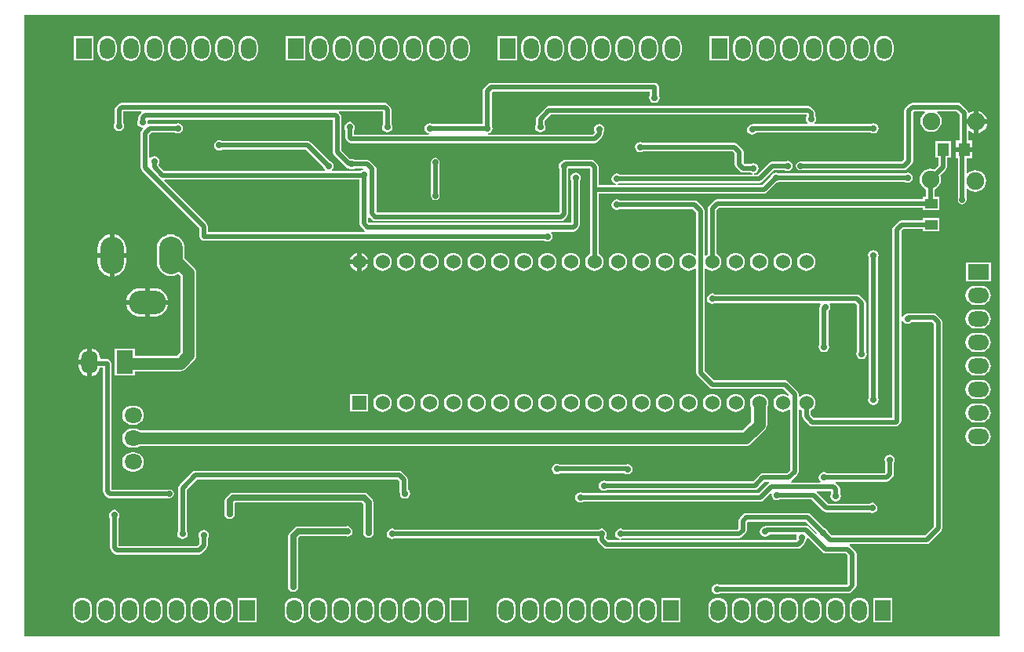
<source format=gbl>
%FSTAX23Y23*%
%MOIN*%
%SFA1B1*%

%IPPOS*%
%ADD20R,0.050000X0.055000*%
%ADD43C,0.020000*%
%ADD44C,0.050000*%
%ADD45C,0.025000*%
%ADD46R,0.060000X0.060000*%
%ADD47C,0.060000*%
%ADD48O,0.065000X0.090000*%
%ADD49R,0.065000X0.090000*%
%ADD50R,0.070000X0.100000*%
%ADD51O,0.070000X0.100000*%
%ADD52O,0.075000X0.065000*%
%ADD53O,0.090000X0.065000*%
%ADD54R,0.090000X0.065000*%
%ADD55C,0.075000*%
%ADD56O,0.160000X0.100000*%
%ADD57O,0.100000X0.160000*%
%ADD58C,0.027560*%
%ADD59R,0.055000X0.039370*%
%LNled_v2-1*%
%LPD*%
G36*
X05601Y01438D02*
X01458D01*
Y04081*
X05601*
Y01438*
G37*
%LNled_v2-2*%
%LPC*%
G36*
X0445Y03993D02*
X04369D01*
Y03887*
X0445*
Y03993*
G37*
G36*
X0355D02*
X03469D01*
Y03887*
X0355*
Y03993*
G37*
G36*
X0265D02*
X02569D01*
Y03887*
X0265*
Y03993*
G37*
G36*
X0175D02*
X01669D01*
Y03887*
X0175*
Y03993*
G37*
G36*
X0511Y03993D02*
X05099Y03991D01*
X05089Y03987*
X05081Y03981*
X05074Y03972*
X0507Y03963*
X05069Y03952*
Y03927*
X0507Y03916*
X05074Y03907*
X05081Y03898*
X05089Y03892*
X05099Y03888*
X0511Y03886*
X0512Y03888*
X0513Y03892*
X05138Y03898*
X05145Y03907*
X05149Y03916*
X0515Y03927*
Y03952*
X05149Y03963*
X05145Y03972*
X05138Y03981*
X0513Y03987*
X0512Y03991*
X0511Y03993*
G37*
G36*
X0501D02*
X04999Y03991D01*
X04989Y03987*
X04981Y03981*
X04974Y03972*
X0497Y03963*
X04969Y03952*
Y03927*
X0497Y03916*
X04974Y03907*
X04981Y03898*
X04989Y03892*
X04999Y03888*
X0501Y03886*
X0502Y03888*
X0503Y03892*
X05038Y03898*
X05045Y03907*
X05049Y03916*
X0505Y03927*
Y03952*
X05049Y03963*
X05045Y03972*
X05038Y03981*
X0503Y03987*
X0502Y03991*
X0501Y03993*
G37*
G36*
X0491D02*
X04899Y03991D01*
X04889Y03987*
X04881Y03981*
X04874Y03972*
X0487Y03963*
X04869Y03952*
Y03927*
X0487Y03916*
X04874Y03907*
X04881Y03898*
X04889Y03892*
X04899Y03888*
X0491Y03886*
X0492Y03888*
X0493Y03892*
X04938Y03898*
X04945Y03907*
X04949Y03916*
X0495Y03927*
Y03952*
X04949Y03963*
X04945Y03972*
X04938Y03981*
X0493Y03987*
X0492Y03991*
X0491Y03993*
G37*
G36*
X0481D02*
X04799Y03991D01*
X04789Y03987*
X04781Y03981*
X04774Y03972*
X0477Y03963*
X04769Y03952*
Y03927*
X0477Y03916*
X04774Y03907*
X04781Y03898*
X04789Y03892*
X04799Y03888*
X0481Y03886*
X0482Y03888*
X0483Y03892*
X04838Y03898*
X04845Y03907*
X04849Y03916*
X0485Y03927*
Y03952*
X04849Y03963*
X04845Y03972*
X04838Y03981*
X0483Y03987*
X0482Y03991*
X0481Y03993*
G37*
G36*
X0471D02*
X04699Y03991D01*
X04689Y03987*
X04681Y03981*
X04674Y03972*
X0467Y03963*
X04669Y03952*
Y03927*
X0467Y03916*
X04674Y03907*
X04681Y03898*
X04689Y03892*
X04699Y03888*
X0471Y03886*
X0472Y03888*
X0473Y03892*
X04738Y03898*
X04745Y03907*
X04749Y03916*
X0475Y03927*
Y03952*
X04749Y03963*
X04745Y03972*
X04738Y03981*
X0473Y03987*
X0472Y03991*
X0471Y03993*
G37*
G36*
X0461D02*
X04599Y03991D01*
X04589Y03987*
X04581Y03981*
X04574Y03972*
X0457Y03963*
X04569Y03952*
Y03927*
X0457Y03916*
X04574Y03907*
X04581Y03898*
X04589Y03892*
X04599Y03888*
X0461Y03886*
X0462Y03888*
X0463Y03892*
X04638Y03898*
X04645Y03907*
X04649Y03916*
X0465Y03927*
Y03952*
X04649Y03963*
X04645Y03972*
X04638Y03981*
X0463Y03987*
X0462Y03991*
X0461Y03993*
G37*
G36*
X0451D02*
X04499Y03991D01*
X04489Y03987*
X04481Y03981*
X04474Y03972*
X0447Y03963*
X04469Y03952*
Y03927*
X0447Y03916*
X04474Y03907*
X04481Y03898*
X04489Y03892*
X04499Y03888*
X0451Y03886*
X0452Y03888*
X0453Y03892*
X04538Y03898*
X04545Y03907*
X04549Y03916*
X0455Y03927*
Y03952*
X04549Y03963*
X04545Y03972*
X04538Y03981*
X0453Y03987*
X0452Y03991*
X0451Y03993*
G37*
G36*
X0421D02*
X04199Y03991D01*
X04189Y03987*
X04181Y03981*
X04174Y03972*
X0417Y03963*
X04169Y03952*
Y03927*
X0417Y03916*
X04174Y03907*
X04181Y03898*
X04189Y03892*
X04199Y03888*
X0421Y03886*
X0422Y03888*
X0423Y03892*
X04238Y03898*
X04245Y03907*
X04249Y03916*
X0425Y03927*
Y03952*
X04249Y03963*
X04245Y03972*
X04238Y03981*
X0423Y03987*
X0422Y03991*
X0421Y03993*
G37*
G36*
X0411D02*
X04099Y03991D01*
X04089Y03987*
X04081Y03981*
X04074Y03972*
X0407Y03963*
X04069Y03952*
Y03927*
X0407Y03916*
X04074Y03907*
X04081Y03898*
X04089Y03892*
X04099Y03888*
X0411Y03886*
X0412Y03888*
X0413Y03892*
X04138Y03898*
X04145Y03907*
X04149Y03916*
X0415Y03927*
Y03952*
X04149Y03963*
X04145Y03972*
X04138Y03981*
X0413Y03987*
X0412Y03991*
X0411Y03993*
G37*
G36*
X0401D02*
X03999Y03991D01*
X03989Y03987*
X03981Y03981*
X03974Y03972*
X0397Y03963*
X03969Y03952*
Y03927*
X0397Y03916*
X03974Y03907*
X03981Y03898*
X03989Y03892*
X03999Y03888*
X0401Y03886*
X0402Y03888*
X0403Y03892*
X04038Y03898*
X04045Y03907*
X04049Y03916*
X0405Y03927*
Y03952*
X04049Y03963*
X04045Y03972*
X04038Y03981*
X0403Y03987*
X0402Y03991*
X0401Y03993*
G37*
G36*
X0391D02*
X03899Y03991D01*
X03889Y03987*
X03881Y03981*
X03874Y03972*
X0387Y03963*
X03869Y03952*
Y03927*
X0387Y03916*
X03874Y03907*
X03881Y03898*
X03889Y03892*
X03899Y03888*
X0391Y03886*
X0392Y03888*
X0393Y03892*
X03938Y03898*
X03945Y03907*
X03949Y03916*
X0395Y03927*
Y03952*
X03949Y03963*
X03945Y03972*
X03938Y03981*
X0393Y03987*
X0392Y03991*
X0391Y03993*
G37*
G36*
X0381D02*
X03799Y03991D01*
X03789Y03987*
X03781Y03981*
X03774Y03972*
X0377Y03963*
X03769Y03952*
Y03927*
X0377Y03916*
X03774Y03907*
X03781Y03898*
X03789Y03892*
X03799Y03888*
X0381Y03886*
X0382Y03888*
X0383Y03892*
X03838Y03898*
X03845Y03907*
X03849Y03916*
X0385Y03927*
Y03952*
X03849Y03963*
X03845Y03972*
X03838Y03981*
X0383Y03987*
X0382Y03991*
X0381Y03993*
G37*
G36*
X0371D02*
X03699Y03991D01*
X03689Y03987*
X03681Y03981*
X03674Y03972*
X0367Y03963*
X03669Y03952*
Y03927*
X0367Y03916*
X03674Y03907*
X03681Y03898*
X03689Y03892*
X03699Y03888*
X0371Y03886*
X0372Y03888*
X0373Y03892*
X03738Y03898*
X03745Y03907*
X03749Y03916*
X0375Y03927*
Y03952*
X03749Y03963*
X03745Y03972*
X03738Y03981*
X0373Y03987*
X0372Y03991*
X0371Y03993*
G37*
G36*
X0361D02*
X03599Y03991D01*
X03589Y03987*
X03581Y03981*
X03574Y03972*
X0357Y03963*
X03569Y03952*
Y03927*
X0357Y03916*
X03574Y03907*
X03581Y03898*
X03589Y03892*
X03599Y03888*
X0361Y03886*
X0362Y03888*
X0363Y03892*
X03638Y03898*
X03645Y03907*
X03649Y03916*
X0365Y03927*
Y03952*
X03649Y03963*
X03645Y03972*
X03638Y03981*
X0363Y03987*
X0362Y03991*
X0361Y03993*
G37*
G36*
X0331D02*
X03299Y03991D01*
X03289Y03987*
X03281Y03981*
X03274Y03972*
X0327Y03963*
X03269Y03952*
Y03927*
X0327Y03916*
X03274Y03907*
X03281Y03898*
X03289Y03892*
X03299Y03888*
X0331Y03886*
X0332Y03888*
X0333Y03892*
X03338Y03898*
X03345Y03907*
X03349Y03916*
X0335Y03927*
Y03952*
X03349Y03963*
X03345Y03972*
X03338Y03981*
X0333Y03987*
X0332Y03991*
X0331Y03993*
G37*
G36*
X0321D02*
X03199Y03991D01*
X03189Y03987*
X03181Y03981*
X03174Y03972*
X0317Y03963*
X03169Y03952*
Y03927*
X0317Y03916*
X03174Y03907*
X03181Y03898*
X03189Y03892*
X03199Y03888*
X0321Y03886*
X0322Y03888*
X0323Y03892*
X03238Y03898*
X03245Y03907*
X03249Y03916*
X0325Y03927*
Y03952*
X03249Y03963*
X03245Y03972*
X03238Y03981*
X0323Y03987*
X0322Y03991*
X0321Y03993*
G37*
G36*
X0311D02*
X03099Y03991D01*
X03089Y03987*
X03081Y03981*
X03074Y03972*
X0307Y03963*
X03069Y03952*
Y03927*
X0307Y03916*
X03074Y03907*
X03081Y03898*
X03089Y03892*
X03099Y03888*
X0311Y03886*
X0312Y03888*
X0313Y03892*
X03138Y03898*
X03145Y03907*
X03149Y03916*
X0315Y03927*
Y03952*
X03149Y03963*
X03145Y03972*
X03138Y03981*
X0313Y03987*
X0312Y03991*
X0311Y03993*
G37*
G36*
X0301D02*
X02999Y03991D01*
X02989Y03987*
X02981Y03981*
X02974Y03972*
X0297Y03963*
X02969Y03952*
Y03927*
X0297Y03916*
X02974Y03907*
X02981Y03898*
X02989Y03892*
X02999Y03888*
X0301Y03886*
X0302Y03888*
X0303Y03892*
X03038Y03898*
X03045Y03907*
X03049Y03916*
X0305Y03927*
Y03952*
X03049Y03963*
X03045Y03972*
X03038Y03981*
X0303Y03987*
X0302Y03991*
X0301Y03993*
G37*
G36*
X0291D02*
X02899Y03991D01*
X02889Y03987*
X02881Y03981*
X02874Y03972*
X0287Y03963*
X02869Y03952*
Y03927*
X0287Y03916*
X02874Y03907*
X02881Y03898*
X02889Y03892*
X02899Y03888*
X0291Y03886*
X0292Y03888*
X0293Y03892*
X02938Y03898*
X02945Y03907*
X02949Y03916*
X0295Y03927*
Y03952*
X02949Y03963*
X02945Y03972*
X02938Y03981*
X0293Y03987*
X0292Y03991*
X0291Y03993*
G37*
G36*
X0281D02*
X02799Y03991D01*
X02789Y03987*
X02781Y03981*
X02774Y03972*
X0277Y03963*
X02769Y03952*
Y03927*
X0277Y03916*
X02774Y03907*
X02781Y03898*
X02789Y03892*
X02799Y03888*
X0281Y03886*
X0282Y03888*
X0283Y03892*
X02838Y03898*
X02845Y03907*
X02849Y03916*
X0285Y03927*
Y03952*
X02849Y03963*
X02845Y03972*
X02838Y03981*
X0283Y03987*
X0282Y03991*
X0281Y03993*
G37*
G36*
X0271D02*
X02699Y03991D01*
X02689Y03987*
X02681Y03981*
X02674Y03972*
X0267Y03963*
X02669Y03952*
Y03927*
X0267Y03916*
X02674Y03907*
X02681Y03898*
X02689Y03892*
X02699Y03888*
X0271Y03886*
X0272Y03888*
X0273Y03892*
X02738Y03898*
X02745Y03907*
X02749Y03916*
X0275Y03927*
Y03952*
X02749Y03963*
X02745Y03972*
X02738Y03981*
X0273Y03987*
X0272Y03991*
X0271Y03993*
G37*
G36*
X0241D02*
X02399Y03991D01*
X02389Y03987*
X02381Y03981*
X02374Y03972*
X0237Y03963*
X02369Y03952*
Y03927*
X0237Y03916*
X02374Y03907*
X02381Y03898*
X02389Y03892*
X02399Y03888*
X0241Y03886*
X0242Y03888*
X0243Y03892*
X02438Y03898*
X02445Y03907*
X02449Y03916*
X0245Y03927*
Y03952*
X02449Y03963*
X02445Y03972*
X02438Y03981*
X0243Y03987*
X0242Y03991*
X0241Y03993*
G37*
G36*
X0231D02*
X02299Y03991D01*
X02289Y03987*
X02281Y03981*
X02274Y03972*
X0227Y03963*
X02269Y03952*
Y03927*
X0227Y03916*
X02274Y03907*
X02281Y03898*
X02289Y03892*
X02299Y03888*
X0231Y03886*
X0232Y03888*
X0233Y03892*
X02338Y03898*
X02345Y03907*
X02349Y03916*
X0235Y03927*
Y03952*
X02349Y03963*
X02345Y03972*
X02338Y03981*
X0233Y03987*
X0232Y03991*
X0231Y03993*
G37*
G36*
X0221D02*
X02199Y03991D01*
X02189Y03987*
X02181Y03981*
X02174Y03972*
X0217Y03963*
X02169Y03952*
Y03927*
X0217Y03916*
X02174Y03907*
X02181Y03898*
X02189Y03892*
X02199Y03888*
X0221Y03886*
X0222Y03888*
X0223Y03892*
X02238Y03898*
X02245Y03907*
X02249Y03916*
X0225Y03927*
Y03952*
X02249Y03963*
X02245Y03972*
X02238Y03981*
X0223Y03987*
X0222Y03991*
X0221Y03993*
G37*
G36*
X0211D02*
X02099Y03991D01*
X02089Y03987*
X02081Y03981*
X02074Y03972*
X0207Y03963*
X02069Y03952*
Y03927*
X0207Y03916*
X02074Y03907*
X02081Y03898*
X02089Y03892*
X02099Y03888*
X0211Y03886*
X0212Y03888*
X0213Y03892*
X02138Y03898*
X02145Y03907*
X02149Y03916*
X0215Y03927*
Y03952*
X02149Y03963*
X02145Y03972*
X02138Y03981*
X0213Y03987*
X0212Y03991*
X0211Y03993*
G37*
G36*
X0201D02*
X01999Y03991D01*
X01989Y03987*
X01981Y03981*
X01974Y03972*
X0197Y03963*
X01969Y03952*
Y03927*
X0197Y03916*
X01974Y03907*
X01981Y03898*
X01989Y03892*
X01999Y03888*
X0201Y03886*
X0202Y03888*
X0203Y03892*
X02038Y03898*
X02045Y03907*
X02049Y03916*
X0205Y03927*
Y03952*
X02049Y03963*
X02045Y03972*
X02038Y03981*
X0203Y03987*
X0202Y03991*
X0201Y03993*
G37*
G36*
X0191D02*
X01899Y03991D01*
X01889Y03987*
X01881Y03981*
X01874Y03972*
X0187Y03963*
X01869Y03952*
Y03927*
X0187Y03916*
X01874Y03907*
X01881Y03898*
X01889Y03892*
X01899Y03888*
X0191Y03886*
X0192Y03888*
X0193Y03892*
X01938Y03898*
X01945Y03907*
X01949Y03916*
X0195Y03927*
Y03952*
X01949Y03963*
X01945Y03972*
X01938Y03981*
X0193Y03987*
X0192Y03991*
X0191Y03993*
G37*
G36*
X0181D02*
X01799Y03991D01*
X01789Y03987*
X01781Y03981*
X01774Y03972*
X0177Y03963*
X01769Y03952*
Y03927*
X0177Y03916*
X01774Y03907*
X01781Y03898*
X01789Y03892*
X01799Y03888*
X0181Y03886*
X0182Y03888*
X0183Y03892*
X01838Y03898*
X01845Y03907*
X01849Y03916*
X0185Y03927*
Y03952*
X01849Y03963*
X01845Y03972*
X01838Y03981*
X0183Y03987*
X0182Y03991*
X0181Y03993*
G37*
G36*
X04135Y03793D02*
X0344D01*
X03432Y03791*
X03427Y03787*
X03412Y03772*
X03408Y03767*
X03406Y0376*
Y03618*
X03191*
X03188Y0362*
X0318Y03622*
X03171Y0362*
X03164Y03615*
X03159Y03608*
X03157Y036*
X03159Y03591*
X03164Y03584*
X03171Y03579*
X03177Y03578*
X03176Y03573*
X02858*
Y03593*
X0286Y03596*
X02862Y03605*
X0286Y03613*
X02855Y0362*
X02848Y03625*
X0284Y03627*
X02831Y03625*
X02824Y0362*
X02819Y03613*
X02817Y03605*
X02819Y03596*
X02821Y03593*
Y0356*
X02823Y03553*
X02827Y03547*
X02832Y03542*
X02838Y03538*
X02845Y03536*
X0388*
X03887Y03538*
X03892Y03542*
X03912Y03562*
X03916Y03567*
X03918Y03575*
Y03584*
X0392Y03587*
X03922Y03596*
X0392Y03604*
X03915Y03611*
X03908Y03616*
X039Y03618*
X03891Y03616*
X03884Y03611*
X03879Y03604*
X03877Y03596*
X03879Y03587*
X03881Y03584*
Y03582*
X03872Y03573*
X03428*
X03427Y03578*
X03433Y03579*
X0344Y03584*
X03445Y03591*
X03447Y036*
X03445Y03608*
X03443Y03611*
Y03752*
X03447Y03756*
X04116*
Y03741*
X04114Y03738*
X04112Y0373*
X04114Y03721*
X04119Y03714*
X04126Y03709*
X04135Y03707*
X04143Y03709*
X0415Y03714*
X04155Y03721*
X04157Y0373*
X04155Y03738*
X04153Y03741*
Y03775*
X04151Y03782*
X04147Y03787*
X04142Y03791*
X04135Y03793*
G37*
G36*
X05512Y03673D02*
Y03637D01*
X05548*
X05548Y03639*
X05543Y0365*
X05535Y0366*
X05525Y03668*
X05514Y03673*
X05512Y03673*
G37*
G36*
X0299Y03708D02*
X0187D01*
X01862Y03706*
X01857Y03702*
X01847Y03692*
X01843Y03687*
X01841Y0368*
Y03621*
X01839Y03618*
X01837Y0361*
X01839Y03601*
X01844Y03594*
X01851Y03589*
X0186Y03587*
X01868Y03589*
X01875Y03594*
X0188Y03601*
X01882Y0361*
X0188Y03618*
X01878Y03621*
Y03671*
X01953*
X01955Y03666*
X01947Y03657*
X01943Y03652*
X01941Y03645*
Y03636*
X01939Y03633*
X01937Y03625*
X01939Y03616*
X01944Y03609*
X01951Y03604*
X01959Y03602*
X0196Y03602*
X01962Y03598*
X01957Y03592*
X01953Y03587*
X01951Y0358*
Y03433*
X01953Y03425*
X01957Y0342*
X02201Y03175*
Y0314*
X02203Y03132*
X02207Y03127*
X02212Y03123*
X0222Y03121*
X03668*
X03671Y03119*
X0368Y03117*
X03688Y03119*
X03695Y03124*
X037Y03131*
X03702Y0314*
X037Y03148*
X03695Y03155*
X03697Y0316*
X0379*
X03797Y03162*
X03802Y03166*
X03812Y03176*
X03816Y03181*
X03818Y03189*
Y03378*
X0382Y03381*
X03822Y0339*
X0382Y03398*
X03815Y03405*
X03808Y0341*
X038Y03412*
X03791Y0341*
X03784Y03405*
X03779Y03398*
X03777Y0339*
X03779Y03381*
X03781Y03378*
Y03197*
X02922*
X02918Y03201*
Y0322*
X02923Y03222*
X02936Y0321*
X02941Y03206*
X02949Y03204*
X03737*
X03744Y03206*
X03749Y0321*
X03762Y03223*
X03766Y03228*
X03768Y03236*
Y03428*
X03769Y03429*
X03859*
X03861Y03427*
Y0334*
Y03065*
X0386Y03065*
X03852Y03059*
X03846Y03051*
X03842Y03041*
X03841Y03032*
X03842Y03022*
X03846Y03012*
X03852Y03004*
X0386Y02998*
X0387Y02994*
X0388Y02993*
X03889Y02994*
X03899Y02998*
X03907Y03004*
X03913Y03012*
X03917Y03022*
X03918Y03032*
X03917Y03041*
X03913Y03051*
X03907Y03059*
X03899Y03065*
X03898Y03065*
Y03321*
X046*
X04607Y03323*
X04612Y03327*
X04654Y03368*
X04658Y03369*
X04661Y03371*
X05198*
X05201Y03369*
X0521Y03367*
X05218Y03369*
X05225Y03374*
X0523Y03381*
X05232Y0339*
X0523Y03398*
X05225Y03405*
X05218Y0341*
X0521Y03412*
X05201Y0341*
X05198Y03408*
X04661*
X04658Y0341*
X0465Y03412*
X04641Y0341*
X04634Y03405*
X04629Y03398*
X04628Y03394*
X04592Y03358*
X03978*
X03977Y03363*
X03983Y03364*
X03986Y03366*
X0458*
X04587Y03368*
X04592Y03372*
X04642Y03421*
X04688*
X04691Y03419*
X047Y03417*
X04708Y03419*
X04715Y03424*
X0472Y03431*
X04722Y0344*
X0472Y03448*
X04715Y03455*
X04708Y0346*
X047Y03462*
X04691Y0346*
X04688Y03458*
X04635*
X04627Y03456*
X04622Y03452*
X04572Y03403*
X04558*
X04557Y03408*
X04563Y03409*
X0457Y03414*
X04575Y03421*
X04577Y0343*
X04575Y03438*
X0457Y03445*
X04563Y0345*
X04555Y03452*
X04546Y0345*
X04543Y03448*
X04517*
X04513Y03452*
Y035*
X04511Y03507*
X04507Y03512*
X04487Y03532*
X04482Y03536*
X04475Y03538*
X04086*
X04083Y0354*
X04075Y03542*
X04066Y0354*
X04059Y03535*
X04054Y03528*
X04052Y0352*
X04054Y03511*
X04059Y03504*
X04066Y03499*
X04075Y03497*
X04083Y03499*
X04086Y03501*
X04467*
X04476Y03492*
Y03445*
X04478Y03437*
X04482Y03432*
X04497Y03417*
X04502Y03413*
X0451Y03411*
X04543*
X04546Y03409*
X04552Y03408*
X04551Y03403*
X03986*
X03983Y03405*
X03975Y03407*
X03966Y03405*
X03959Y034*
X03954Y03393*
X03952Y03385*
X03954Y03376*
X03959Y03369*
X03966Y03364*
X03972Y03363*
X03971Y03358*
X03898*
Y03435*
X03896Y03442*
X03892Y03447*
X03879Y0346*
X03874Y03464*
X03867Y03466*
X03758*
X0375Y03464*
X03745Y03461*
X03741Y0346*
X03734Y03455*
X03729Y03448*
X03727Y0344*
X03729Y03431*
X03731Y03428*
Y03243*
X03729Y03241*
X02956*
X02953Y03244*
Y03428*
X02951Y03435*
X02947Y0344*
X02928Y03459*
X02923Y03463*
X02916Y03465*
X0286*
X02857Y03467*
X02849Y03469*
X02842Y03468*
X02805Y03505*
Y03647*
X02804Y03654*
X028Y0366*
X02794Y03666*
X02796Y03671*
X02981*
Y03616*
X02979Y03613*
X02977Y03605*
X02979Y03596*
X02984Y03589*
X02991Y03584*
X03Y03582*
X03008Y03584*
X03015Y03589*
X0302Y03596*
X03022Y03605*
X0302Y03613*
X03018Y03616*
Y0368*
X03016Y03687*
X03012Y03692*
X03002Y03702*
X02997Y03706*
X02995Y03707*
X0299Y03708*
G37*
G36*
X05548Y03617D02*
X05512D01*
Y0358*
X05514Y0358*
X05525Y03585*
X05535Y03593*
X05543Y03603*
X05548Y03614*
X05548Y03617*
G37*
G36*
X05426Y03708D02*
X0523D01*
X05222Y03706*
X05217Y03702*
X05202Y03687*
X05198Y03682*
X05196Y03675*
Y03467*
X05187Y03458*
X04755*
X04747Y03456*
X04742Y03452*
X04738Y03447*
X04736Y0344*
X04738Y03432*
X04742Y03427*
X04747Y03423*
X04755Y03421*
X05195*
X05202Y03423*
X05207Y03427*
X05227Y03447*
X05231Y03452*
X05233Y0346*
Y03667*
X05237Y03671*
X05281*
X05283Y03666*
X05277Y03662*
X0527Y03652*
X05265Y03641*
X05264Y0363*
X05265Y03618*
X0527Y03607*
X05277Y03597*
X05287Y0359*
X05298Y03585*
X0531Y03584*
X05321Y03585*
X05332Y0359*
X05342Y03597*
X05349Y03607*
X05354Y03618*
X05355Y0363*
X05354Y03641*
X05349Y03652*
X05342Y03662*
X05336Y03666*
X05338Y03671*
X05418*
X05431Y03658*
Y03629*
Y03547*
X05415*
Y0352*
X05485*
Y03547*
X05468*
Y03587*
X05472Y03589*
X05478Y03585*
X05489Y0358*
X05492Y0358*
Y03627*
Y03673*
X05489Y03673*
X05478Y03668*
X05472Y03664*
X05468Y03667*
X05466Y03673*
X05462Y03678*
X05438Y03702*
X05433Y03706*
X05431Y03707*
X05426Y03708*
G37*
G36*
X04789Y03694D02*
X03686D01*
X03678Y03692*
X03673Y03688*
X03637Y03652*
X03633Y03647*
X03631Y0364*
Y03616*
X03629Y03613*
X03627Y03605*
X03629Y03596*
X03634Y03589*
X03641Y03584*
X0365Y03582*
X03658Y03584*
X03665Y03589*
X0367Y03596*
X03672Y03605*
X0367Y03613*
X03668Y03616*
Y03632*
X03693Y03657*
X04781*
X04781Y03657*
Y03651*
X04779Y03648*
X04777Y0364*
X04779Y03631*
X04784Y03624*
X04785Y03623*
X04784Y03618*
X04555*
X04547Y03616*
X04547Y03616*
X04541Y03615*
X04534Y0361*
X04529Y03603*
X04527Y03595*
X04529Y03586*
X04534Y03579*
X04541Y03574*
X0455Y03572*
X04558Y03574*
X04565Y03579*
X04567Y03581*
X05053*
X05056Y03579*
X05065Y03577*
X05073Y03579*
X0508Y03584*
X05085Y03591*
X05087Y036*
X05085Y03608*
X0508Y03615*
X05073Y0362*
X05065Y03622*
X05056Y0362*
X05053Y03618*
X04815*
X04814Y03623*
X04815Y03624*
X0482Y03631*
X04822Y0364*
X0482Y03648*
X04818Y03651*
Y03665*
X04816Y03672*
X04812Y03677*
X04801Y03688*
X04796Y03692*
X04794Y03693*
X04789Y03694*
G37*
G36*
X05393Y03545D02*
X05327D01*
Y03474*
X05341*
Y03442*
X05323Y03424*
X05318Y03426*
X05307Y03427*
X05295Y03426*
X05284Y03421*
X05274Y03414*
X05267Y03404*
X05262Y03393*
X05261Y03382*
X05262Y0337*
X05267Y03359*
X05274Y03349*
X05284Y03342*
X05288Y0334*
Y03307*
X05274*
Y03298*
X044*
X04392Y03296*
X04387Y03292*
X04367Y03272*
X04363Y03267*
X04361Y0326*
Y03065*
X0436Y03065*
X04353Y03059*
X04349Y0306*
X04348Y0306*
Y0325*
X04346Y03257*
X04342Y03262*
X04317Y03287*
X04312Y03291*
X04305Y03293*
X03986*
X03983Y03295*
X03975Y03297*
X03966Y03295*
X03959Y0329*
X03954Y03283*
X03952Y03275*
X03954Y03266*
X03959Y03259*
X03966Y03254*
X03975Y03252*
X03983Y03254*
X03986Y03256*
X04297*
X04311Y03242*
Y0306*
X0431Y0306*
X04306Y03059*
X04299Y03065*
X04289Y03069*
X0428Y0307*
X0427Y03069*
X0426Y03065*
X04252Y03059*
X04246Y03051*
X04242Y03041*
X04241Y03032*
X04242Y03022*
X04246Y03012*
X04252Y03004*
X0426Y02998*
X0427Y02994*
X0428Y02993*
X04289Y02994*
X04299Y02998*
X04306Y03004*
X0431Y03003*
X04311Y03003*
Y0256*
X04313Y02552*
X04317Y02547*
X04367Y02497*
X04372Y02493*
X0438Y02491*
X04682*
X04709Y02465*
X04708Y02464*
X04702Y02462*
X04699Y02465*
X04689Y02469*
X0468Y0247*
X0467Y02469*
X0466Y02465*
X04652Y02459*
X04646Y02451*
X04642Y02441*
X04641Y02432*
X04642Y02422*
X04646Y02412*
X04652Y02404*
X0466Y02398*
X0467Y02394*
X0468Y02393*
X04689Y02394*
X04699Y02398*
X04706Y02404*
X0471Y02403*
X04711Y02403*
Y02146*
X04698Y02133*
X04596*
X04589Y02131*
X04583Y02127*
X04554Y02098*
X03931*
X03928Y021*
X0392Y02102*
X03911Y021*
X03904Y02095*
X03899Y02088*
X03897Y0208*
X03899Y02071*
X03904Y02064*
X03911Y02059*
X0392Y02057*
X03928Y02059*
X03931Y02061*
X04561*
X04568Y02063*
X04574Y02067*
X04604Y02096*
X0462*
X04621Y02095*
X0462Y02089*
X04618Y02087*
X04579Y02048*
X03831*
X03828Y0205*
X0382Y02052*
X03811Y0205*
X03804Y02045*
X03799Y02038*
X03797Y0203*
X03799Y02021*
X03804Y02014*
X03811Y02009*
X0382Y02007*
X03828Y02009*
X03831Y02011*
X04586*
X04593Y02013*
X04599Y02017*
X04628Y02046*
X04633Y02043*
X04632Y0204*
X04634Y02031*
X04639Y02024*
X04646Y02019*
X04655Y02017*
X04663Y02019*
X04666Y02021*
X04802*
X04852Y01972*
X04857Y01968*
X04865Y01966*
X05048*
X05051Y01964*
X0506Y01962*
X05068Y01964*
X05075Y01969*
X0508Y01976*
X05082Y01985*
X0508Y01993*
X05075Y02*
X05068Y02005*
X0506Y02007*
X05051Y02005*
X05048Y02003*
X04872*
X04824Y02051*
X04826Y02056*
X04886*
Y02046*
X04884Y02043*
X04882Y02035*
X04884Y02026*
X04889Y02019*
X04896Y02014*
X04905Y02012*
X04913Y02014*
X0492Y02019*
X04925Y02026*
X04927Y02035*
X04925Y02043*
X04923Y02046*
Y02065*
X04921Y02072*
X04917Y02077*
X04907Y02087*
X04906Y02089*
X04905Y02095*
X04905Y02096*
X0512*
X05127Y02098*
X05132Y02102*
X05146Y02115*
X0515Y02121*
X05152Y02128*
Y02178*
X05154Y02181*
X05155Y0219*
X05154Y02198*
X05149Y02205*
X05142Y0221*
X05133Y02212*
X05125Y0221*
X05118Y02205*
X05113Y02198*
X05111Y0219*
X05113Y02181*
X05115Y02178*
Y02136*
X05112Y02133*
X04866*
X04863Y02135*
X04855Y02137*
X04846Y02135*
X04839Y0213*
X04834Y02123*
X04832Y02115*
X04834Y02106*
X04839Y02099*
X0484Y02098*
X04839Y02093*
X04717*
X04716Y02094*
X04717Y021*
X04719Y02102*
X04742Y02125*
X04746Y02131*
X04748Y02138*
Y02403*
X04749Y02403*
X04753Y02404*
X0476Y02398*
X04761Y02398*
Y02375*
X04763Y02367*
X04767Y02362*
X04792Y02337*
X04797Y02333*
X04805Y02331*
X0516*
X05167Y02333*
X05172Y02337*
X05177Y02342*
X05181Y02347*
X05183Y02355*
Y02786*
X05188Y02787*
X05189Y02781*
X05194Y02774*
X05201Y02769*
X0521Y02767*
X05218Y02769*
X05225Y02774*
X05227Y02776*
X05312*
X05321Y02767*
Y01905*
X05284Y01868*
X04887*
X04871Y01884*
X0487Y01888*
X04865Y01895*
X04858Y019*
X04854Y01901*
X04797Y01957*
X04792Y01961*
X04785Y01963*
X04525*
X04517Y01961*
X04512Y01957*
X04497Y01942*
X04493Y01937*
X04491Y0193*
Y01897*
X04487Y01893*
X04001*
X03998Y01895*
X0399Y01897*
X03981Y01895*
X03974Y0189*
X03969Y01883*
X03967Y01875*
X03969Y01866*
X03974Y01859*
X03981Y01854*
X03987Y01853*
X03986Y01848*
X03937*
X03928Y01857*
Y01863*
X0393Y01866*
X03932Y01875*
X0393Y01883*
X03925Y0189*
X03918Y01895*
X0391Y01897*
X03901Y01895*
X03898Y01893*
X03031*
X03028Y01895*
X0302Y01897*
X03011Y01895*
X03004Y0189*
X02999Y01883*
X02997Y01875*
X02999Y01866*
X03004Y01859*
X03011Y01854*
X0302Y01852*
X03028Y01854*
X03031Y01856*
X03891*
Y0185*
X03893Y01842*
X03897Y01837*
X03917Y01817*
X03922Y01813*
X0393Y01811*
X04745*
X04752Y01813*
X04757Y01817*
X04772Y01832*
X04776Y01837*
X04778Y01845*
Y01848*
X0478Y01851*
X04781Y01855*
X04786Y01857*
X04847Y01797*
X04852Y01793*
X0486Y01791*
X04947*
X04956Y01782*
Y01662*
X04952Y01658*
X04411*
X04408Y0166*
X044Y01662*
X04391Y0166*
X04384Y01655*
X04379Y01648*
X04377Y0164*
X04379Y01631*
X04384Y01624*
X04391Y01619*
X044Y01617*
X04408Y01619*
X04411Y01621*
X0496*
X04967Y01623*
X04972Y01627*
X04987Y01642*
X04991Y01647*
X04993Y01655*
Y0179*
X04991Y01797*
X04987Y01802*
X04967Y01822*
X04966Y01824*
X04965Y0183*
X04965Y01831*
X05292*
X05299Y01833*
X05304Y01837*
X05352Y01885*
X05356Y0189*
X05358Y01898*
Y02775*
X05356Y02782*
X05352Y02787*
X05332Y02807*
X05327Y02811*
X0532Y02813*
X05215*
X05207Y02811*
X05207Y02811*
X05201Y0281*
X05194Y02805*
X05189Y02798*
X05188Y02792*
X05183Y02793*
Y03162*
X05192Y03171*
X05274*
Y03162*
X05345*
Y03217*
X05274*
Y03208*
X05185*
X05177Y03206*
X05172Y03202*
X05152Y03182*
X05148Y03177*
X05146Y0317*
Y02368*
X04812*
X04798Y02382*
Y02398*
X04799Y02398*
X04807Y02404*
X04813Y02412*
X04817Y02422*
X04818Y02432*
X04817Y02441*
X04813Y02451*
X04807Y02459*
X04799Y02465*
X04789Y02469*
X0478Y0247*
X0477Y02469*
X0476Y02465*
X04753Y02459*
X04749Y0246*
X04748Y0246*
Y0247*
X04746Y02477*
X04742Y02482*
X04702Y02522*
X04697Y02526*
X0469Y02528*
X04387*
X04348Y02567*
Y03003*
X04349Y03003*
X04353Y03004*
X0436Y02998*
X0437Y02994*
X0438Y02993*
X04389Y02994*
X04399Y02998*
X04407Y03004*
X04413Y03012*
X04417Y03022*
X04418Y03032*
X04417Y03041*
X04413Y03051*
X04407Y03059*
X04399Y03065*
X04398Y03065*
Y03252*
X04407Y03261*
X05274*
Y03252*
X05345*
Y03307*
X05325*
Y0334*
X05329Y03342*
X05339Y03349*
X05346Y03359*
X05351Y0337*
X05352Y03382*
X05351Y03393*
X05349Y03398*
X05372Y03422*
X05376Y03427*
X05378Y03435*
Y03474*
X05393*
Y03545*
G37*
G36*
X05485Y035D02*
X05415D01*
Y03472*
X05424*
Y03295*
X05425Y03287*
X05429Y03282*
X05435Y03278*
X05442Y03276*
X05449Y03278*
X05455Y03282*
X05459Y03287*
X0546Y03295*
Y03341*
X05463Y03342*
X05465Y03343*
X05475Y03336*
X05486Y03331*
X05498Y0333*
X05509Y03331*
X0552Y03336*
X0553Y03343*
X05537Y03353*
X05542Y03364*
X05543Y03376*
X05542Y03387*
X05537Y03398*
X0553Y03408*
X0552Y03415*
X05509Y0342*
X05498Y03421*
X05486Y0342*
X05475Y03415*
X05465Y03408*
X05463Y03409*
X0546Y0341*
Y03472*
X05485*
Y035*
G37*
G36*
X03204Y03474D02*
X03196Y03472D01*
X03191Y03468*
X03187Y03463*
X03185Y03456*
Y03313*
X03187Y03305*
X03191Y033*
X03196Y03296*
X03204Y03294*
X03211Y03296*
X03216Y033*
X0322Y03305*
X03222Y03313*
Y03456*
X0322Y03463*
X03216Y03468*
X03211Y03472*
X03204Y03474*
G37*
G36*
X0184Y03149D02*
Y0307D01*
X0189*
Y0309*
X01889Y03101*
X01885Y03113*
X0188Y03123*
X01872Y03132*
X01863Y0314*
X01853Y03145*
X01841Y03149*
X0184Y03149*
G37*
G36*
X0182D02*
X01818Y03149D01*
X01806Y03145*
X01796Y0314*
X01787Y03132*
X01779Y03123*
X01774Y03113*
X0177Y03101*
X01769Y0309*
Y0307*
X0182*
Y03149*
G37*
G36*
X0289Y03071D02*
Y03042D01*
X02919*
X02918Y03042*
X02914Y03052*
X02908Y0306*
X029Y03066*
X0289Y0307*
X0289Y03071*
G37*
G36*
X0287D02*
X02869Y0307D01*
X02859Y03066*
X02851Y0306*
X02845Y03052*
X02841Y03042*
X0284Y03042*
X0287*
Y03071*
G37*
G36*
X0478Y0307D02*
X0477Y03069D01*
X0476Y03065*
X04752Y03059*
X04746Y03051*
X04742Y03041*
X04741Y03032*
X04742Y03022*
X04746Y03012*
X04752Y03004*
X0476Y02998*
X0477Y02994*
X0478Y02993*
X04789Y02994*
X04799Y02998*
X04807Y03004*
X04813Y03012*
X04817Y03022*
X04818Y03032*
X04817Y03041*
X04813Y03051*
X04807Y03059*
X04799Y03065*
X04789Y03069*
X0478Y0307*
G37*
G36*
X0468D02*
X0467Y03069D01*
X0466Y03065*
X04652Y03059*
X04646Y03051*
X04642Y03041*
X04641Y03032*
X04642Y03022*
X04646Y03012*
X04652Y03004*
X0466Y02998*
X0467Y02994*
X0468Y02993*
X04689Y02994*
X04699Y02998*
X04707Y03004*
X04713Y03012*
X04717Y03022*
X04718Y03032*
X04717Y03041*
X04713Y03051*
X04707Y03059*
X04699Y03065*
X04689Y03069*
X0468Y0307*
G37*
G36*
X0458D02*
X0457Y03069D01*
X0456Y03065*
X04552Y03059*
X04546Y03051*
X04542Y03041*
X04541Y03032*
X04542Y03022*
X04546Y03012*
X04552Y03004*
X0456Y02998*
X0457Y02994*
X0458Y02993*
X04589Y02994*
X04599Y02998*
X04607Y03004*
X04613Y03012*
X04617Y03022*
X04618Y03032*
X04617Y03041*
X04613Y03051*
X04607Y03059*
X04599Y03065*
X04589Y03069*
X0458Y0307*
G37*
G36*
X0448D02*
X0447Y03069D01*
X0446Y03065*
X04452Y03059*
X04446Y03051*
X04442Y03041*
X04441Y03032*
X04442Y03022*
X04446Y03012*
X04452Y03004*
X0446Y02998*
X0447Y02994*
X0448Y02993*
X04489Y02994*
X04499Y02998*
X04507Y03004*
X04513Y03012*
X04517Y03022*
X04518Y03032*
X04517Y03041*
X04513Y03051*
X04507Y03059*
X04499Y03065*
X04489Y03069*
X0448Y0307*
G37*
G36*
X0418D02*
X0417Y03069D01*
X0416Y03065*
X04152Y03059*
X04146Y03051*
X04142Y03041*
X04141Y03032*
X04142Y03022*
X04146Y03012*
X04152Y03004*
X0416Y02998*
X0417Y02994*
X0418Y02993*
X04189Y02994*
X04199Y02998*
X04207Y03004*
X04213Y03012*
X04217Y03022*
X04218Y03032*
X04217Y03041*
X04213Y03051*
X04207Y03059*
X04199Y03065*
X04189Y03069*
X0418Y0307*
G37*
G36*
X0408D02*
X0407Y03069D01*
X0406Y03065*
X04052Y03059*
X04046Y03051*
X04042Y03041*
X04041Y03032*
X04042Y03022*
X04046Y03012*
X04052Y03004*
X0406Y02998*
X0407Y02994*
X0408Y02993*
X04089Y02994*
X04099Y02998*
X04107Y03004*
X04113Y03012*
X04117Y03022*
X04118Y03032*
X04117Y03041*
X04113Y03051*
X04107Y03059*
X04099Y03065*
X04089Y03069*
X0408Y0307*
G37*
G36*
X0398D02*
X0397Y03069D01*
X0396Y03065*
X03952Y03059*
X03946Y03051*
X03942Y03041*
X03941Y03032*
X03942Y03022*
X03946Y03012*
X03952Y03004*
X0396Y02998*
X0397Y02994*
X0398Y02993*
X03989Y02994*
X03999Y02998*
X04007Y03004*
X04013Y03012*
X04017Y03022*
X04018Y03032*
X04017Y03041*
X04013Y03051*
X04007Y03059*
X03999Y03065*
X03989Y03069*
X0398Y0307*
G37*
G36*
X0378D02*
X0377Y03069D01*
X0376Y03065*
X03752Y03059*
X03746Y03051*
X03742Y03041*
X03741Y03032*
X03742Y03022*
X03746Y03012*
X03752Y03004*
X0376Y02998*
X0377Y02994*
X0378Y02993*
X03789Y02994*
X03799Y02998*
X03807Y03004*
X03813Y03012*
X03817Y03022*
X03818Y03032*
X03817Y03041*
X03813Y03051*
X03807Y03059*
X03799Y03065*
X03789Y03069*
X0378Y0307*
G37*
G36*
X0368D02*
X0367Y03069D01*
X0366Y03065*
X03652Y03059*
X03646Y03051*
X03642Y03041*
X03641Y03032*
X03642Y03022*
X03646Y03012*
X03652Y03004*
X0366Y02998*
X0367Y02994*
X0368Y02993*
X03689Y02994*
X03699Y02998*
X03707Y03004*
X03713Y03012*
X03717Y03022*
X03718Y03032*
X03717Y03041*
X03713Y03051*
X03707Y03059*
X03699Y03065*
X03689Y03069*
X0368Y0307*
G37*
G36*
X0358D02*
X0357Y03069D01*
X0356Y03065*
X03552Y03059*
X03546Y03051*
X03542Y03041*
X03541Y03032*
X03542Y03022*
X03546Y03012*
X03552Y03004*
X0356Y02998*
X0357Y02994*
X0358Y02993*
X03589Y02994*
X03599Y02998*
X03607Y03004*
X03613Y03012*
X03617Y03022*
X03618Y03032*
X03617Y03041*
X03613Y03051*
X03607Y03059*
X03599Y03065*
X03589Y03069*
X0358Y0307*
G37*
G36*
X0348D02*
X0347Y03069D01*
X0346Y03065*
X03452Y03059*
X03446Y03051*
X03442Y03041*
X03441Y03032*
X03442Y03022*
X03446Y03012*
X03452Y03004*
X0346Y02998*
X0347Y02994*
X0348Y02993*
X03489Y02994*
X03499Y02998*
X03507Y03004*
X03513Y03012*
X03517Y03022*
X03518Y03032*
X03517Y03041*
X03513Y03051*
X03507Y03059*
X03499Y03065*
X03489Y03069*
X0348Y0307*
G37*
G36*
X0338D02*
X0337Y03069D01*
X0336Y03065*
X03352Y03059*
X03346Y03051*
X03342Y03041*
X03341Y03032*
X03342Y03022*
X03346Y03012*
X03352Y03004*
X0336Y02998*
X0337Y02994*
X0338Y02993*
X03389Y02994*
X03399Y02998*
X03407Y03004*
X03413Y03012*
X03417Y03022*
X03418Y03032*
X03417Y03041*
X03413Y03051*
X03407Y03059*
X03399Y03065*
X03389Y03069*
X0338Y0307*
G37*
G36*
X0328D02*
X0327Y03069D01*
X0326Y03065*
X03252Y03059*
X03246Y03051*
X03242Y03041*
X03241Y03032*
X03242Y03022*
X03246Y03012*
X03252Y03004*
X0326Y02998*
X0327Y02994*
X0328Y02993*
X03289Y02994*
X03299Y02998*
X03307Y03004*
X03313Y03012*
X03317Y03022*
X03318Y03032*
X03317Y03041*
X03313Y03051*
X03307Y03059*
X03299Y03065*
X03289Y03069*
X0328Y0307*
G37*
G36*
X0318D02*
X0317Y03069D01*
X0316Y03065*
X03152Y03059*
X03146Y03051*
X03142Y03041*
X03141Y03032*
X03142Y03022*
X03146Y03012*
X03152Y03004*
X0316Y02998*
X0317Y02994*
X0318Y02993*
X03189Y02994*
X03199Y02998*
X03207Y03004*
X03213Y03012*
X03217Y03022*
X03218Y03032*
X03217Y03041*
X03213Y03051*
X03207Y03059*
X03199Y03065*
X03189Y03069*
X0318Y0307*
G37*
G36*
X0308D02*
X0307Y03069D01*
X0306Y03065*
X03052Y03059*
X03046Y03051*
X03042Y03041*
X03041Y03032*
X03042Y03022*
X03046Y03012*
X03052Y03004*
X0306Y02998*
X0307Y02994*
X0308Y02993*
X03089Y02994*
X03099Y02998*
X03107Y03004*
X03113Y03012*
X03117Y03022*
X03118Y03032*
X03117Y03041*
X03113Y03051*
X03107Y03059*
X03099Y03065*
X03089Y03069*
X0308Y0307*
G37*
G36*
X0298D02*
X0297Y03069D01*
X0296Y03065*
X02952Y03059*
X02946Y03051*
X02942Y03041*
X02941Y03032*
X02942Y03022*
X02946Y03012*
X02952Y03004*
X0296Y02998*
X0297Y02994*
X0298Y02993*
X02989Y02994*
X02999Y02998*
X03007Y03004*
X03013Y03012*
X03017Y03022*
X03018Y03032*
X03017Y03041*
X03013Y03051*
X03007Y03059*
X02999Y03065*
X02989Y03069*
X0298Y0307*
G37*
G36*
X02919Y03022D02*
X0289D01*
Y02992*
X0289Y02993*
X029Y02997*
X02908Y03003*
X02914Y03011*
X02918Y03021*
X02919Y03022*
G37*
G36*
X0287D02*
X0284D01*
X02841Y03021*
X02845Y03011*
X02851Y03003*
X02859Y02997*
X02869Y02993*
X0287Y02992*
Y03022*
G37*
G36*
X0189Y0305D02*
X0184D01*
Y0297*
X01841Y0297*
X01853Y02974*
X01863Y02979*
X01872Y02987*
X0188Y02996*
X01885Y03006*
X01889Y03018*
X0189Y0303*
Y0305*
G37*
G36*
X0182D02*
X01769D01*
Y0303*
X0177Y03018*
X01774Y03006*
X01779Y02996*
X01787Y02987*
X01796Y02979*
X01806Y02974*
X01818Y0297*
X0182Y0297*
Y0305*
G37*
G36*
X05563Y0303D02*
X05457D01*
Y02949*
X05563*
Y0303*
G37*
G36*
X0201Y0292D02*
X0199D01*
Y0287*
X02069*
X02069Y02871*
X02065Y02883*
X0206Y02893*
X02052Y02902*
X02043Y0291*
X02033Y02915*
X02021Y02919*
X0201Y0292*
G37*
G36*
X0197D02*
X0195D01*
X01938Y02919*
X01926Y02915*
X01916Y0291*
X01907Y02902*
X01899Y02893*
X01894Y02883*
X0189Y02871*
X0189Y0287*
X0197*
Y0292*
G37*
G36*
X05522Y0293D02*
X05497D01*
X05486Y02929*
X05477Y02925*
X05468Y02918*
X05462Y0291*
X05458Y029*
X05456Y0289*
X05458Y02879*
X05462Y02869*
X05468Y02861*
X05477Y02854*
X05486Y0285*
X05497Y02849*
X05522*
X05533Y0285*
X05542Y02854*
X05551Y02861*
X05557Y02869*
X05561Y02879*
X05563Y0289*
X05561Y029*
X05557Y0291*
X05551Y02918*
X05542Y02925*
X05533Y02929*
X05522Y0293*
G37*
G36*
X02069Y0285D02*
X0199D01*
Y02799*
X0201*
X02021Y028*
X02033Y02804*
X02043Y02809*
X02052Y02817*
X0206Y02826*
X02065Y02836*
X02069Y02848*
X02069Y0285*
G37*
G36*
X0197D02*
X0189D01*
X0189Y02848*
X01894Y02836*
X01899Y02826*
X01907Y02817*
X01916Y02809*
X01926Y02804*
X01938Y028*
X0195Y02799*
X0197*
Y0285*
G37*
G36*
X05522Y0283D02*
X05497D01*
X05486Y02829*
X05477Y02825*
X05468Y02818*
X05462Y0281*
X05458Y028*
X05456Y0279*
X05458Y02779*
X05462Y02769*
X05468Y02761*
X05477Y02754*
X05486Y0275*
X05497Y02749*
X05522*
X05533Y0275*
X05542Y02754*
X05551Y02761*
X05557Y02769*
X05561Y02779*
X05563Y0279*
X05561Y028*
X05557Y0281*
X05551Y02818*
X05542Y02825*
X05533Y02829*
X05522Y0283*
G37*
G36*
Y0273D02*
X05497D01*
X05486Y02729*
X05477Y02725*
X05468Y02718*
X05462Y0271*
X05458Y027*
X05456Y0269*
X05458Y02679*
X05462Y02669*
X05468Y02661*
X05477Y02654*
X05486Y0265*
X05497Y02649*
X05522*
X05533Y0265*
X05542Y02654*
X05551Y02661*
X05557Y02669*
X05561Y02679*
X05563Y0269*
X05561Y027*
X05557Y0271*
X05551Y02718*
X05542Y02725*
X05533Y02729*
X05522Y0273*
G37*
G36*
X0208Y03148D02*
X02068Y03147D01*
X02057Y03143*
X02047Y03138*
X02038Y03131*
X02031Y03122*
X02026Y03112*
X02022Y03101*
X02021Y0309*
Y0303*
X02022Y03018*
X02026Y03007*
X02031Y02997*
X02038Y02988*
X02047Y02981*
X02057Y02976*
X02068Y02972*
X0208Y02971*
X02091Y02972*
X02102Y02976*
X02111Y02981*
X02121Y02971*
Y02735*
Y02648*
X02106Y02633*
X01928*
Y02663*
X01842*
Y02547*
X01928*
Y02566*
X0212*
X02128Y02567*
X02133Y02569*
X02136Y02571*
X02143Y02576*
X02178Y02611*
X02183Y02618*
X02187Y02626*
X02188Y02635*
Y02735*
Y02985*
X02187Y02993*
X02183Y03001*
X02178Y03008*
X02138Y03048*
Y0309*
X02137Y03101*
X02133Y03112*
X02128Y03122*
X02121Y03131*
X02112Y03138*
X02102Y03143*
X02091Y03147*
X0208Y03148*
G37*
G36*
X0438Y02897D02*
X04371Y02895D01*
X04364Y0289*
X04359Y02883*
X04357Y02875*
X04359Y02866*
X04364Y02859*
X04371Y02854*
X0438Y02852*
X04388Y02854*
X04391Y02856*
X04838*
X04841Y02851*
X04839Y02848*
X04838Y02842*
X04838Y02842*
X04836Y02835*
Y02681*
X04834Y02678*
X04832Y0267*
X04834Y02661*
X04839Y02654*
X04846Y02649*
X04855Y02647*
X04863Y02649*
X0487Y02654*
X04875Y02661*
X04877Y0267*
X04875Y02678*
X04873Y02681*
Y02822*
X04875Y02824*
X0488Y02831*
X04882Y0284*
X0488Y02848*
X04878Y02851*
X04881Y02856*
X04987*
X04996Y02847*
Y02651*
X04994Y02648*
X04992Y0264*
X04994Y02631*
X04999Y02624*
X05006Y02619*
X05015Y02617*
X05023Y02619*
X0503Y02624*
X05035Y02631*
X05037Y0264*
X05035Y02648*
X05033Y02651*
Y02855*
X05031Y02862*
X05027Y02867*
X05007Y02887*
X05002Y02891*
X04995Y02893*
X04391*
X04388Y02895*
X0438Y02897*
G37*
G36*
X01725Y02664D02*
X01723Y02663D01*
X01712Y02659*
X01702Y02652*
X01695Y02642*
X01691Y02631*
X01689Y0262*
Y02615*
X01725*
Y02664*
G37*
G36*
X05522Y0263D02*
X05497D01*
X05486Y02629*
X05477Y02625*
X05468Y02618*
X05462Y0261*
X05458Y026*
X05456Y0259*
X05458Y02579*
X05462Y02569*
X05468Y02561*
X05477Y02554*
X05486Y0255*
X05497Y02549*
X05522*
X05533Y0255*
X05542Y02554*
X05551Y02561*
X05557Y02569*
X05561Y02579*
X05563Y0259*
X05561Y026*
X05557Y0261*
X05551Y02618*
X05542Y02625*
X05533Y02629*
X05522Y0263*
G37*
G36*
X01725Y02595D02*
X01689D01*
Y0259*
X01691Y02578*
X01695Y02567*
X01702Y02557*
X01712Y0255*
X01723Y02546*
X01725Y02545*
Y02595*
G37*
G36*
X05522Y0253D02*
X05497D01*
X05486Y02529*
X05477Y02525*
X05468Y02518*
X05462Y0251*
X05458Y025*
X05456Y0249*
X05458Y02479*
X05462Y02469*
X05468Y02461*
X05477Y02454*
X05486Y0245*
X05497Y02449*
X05522*
X05533Y0245*
X05542Y02454*
X05551Y02461*
X05557Y02469*
X05561Y02479*
X05563Y0249*
X05561Y025*
X05557Y0251*
X05551Y02518*
X05542Y02525*
X05533Y02529*
X05522Y0253*
G37*
G36*
X05065Y03082D02*
X05056Y0308D01*
X05049Y03075*
X05044Y03068*
X05042Y0306*
X05044Y03051*
X05046Y03048*
Y02456*
X05044Y02453*
X05042Y02445*
X05044Y02436*
X05049Y02429*
X05056Y02424*
X05065Y02422*
X05073Y02424*
X0508Y02429*
X05085Y02436*
X05087Y02445*
X05085Y02453*
X05083Y02456*
Y03048*
X05085Y03051*
X05087Y0306*
X05085Y03068*
X0508Y03075*
X05073Y0308*
X05065Y03082*
G37*
G36*
X02918Y0247D02*
X02842D01*
Y02394*
X02918*
Y0247*
G37*
G36*
X0448Y0247D02*
X0447Y02469D01*
X0446Y02465*
X04452Y02459*
X04446Y02451*
X04442Y02441*
X04441Y02432*
X04442Y02422*
X04446Y02412*
X04452Y02404*
X0446Y02398*
X0447Y02394*
X0448Y02393*
X04489Y02394*
X04499Y02398*
X04507Y02404*
X04513Y02412*
X04517Y02422*
X04518Y02432*
X04517Y02441*
X04513Y02451*
X04507Y02459*
X04499Y02465*
X04489Y02469*
X0448Y0247*
G37*
G36*
X0438D02*
X0437Y02469D01*
X0436Y02465*
X04352Y02459*
X04346Y02451*
X04342Y02441*
X04341Y02432*
X04342Y02422*
X04346Y02412*
X04352Y02404*
X0436Y02398*
X0437Y02394*
X0438Y02393*
X04389Y02394*
X04399Y02398*
X04407Y02404*
X04413Y02412*
X04417Y02422*
X04418Y02432*
X04417Y02441*
X04413Y02451*
X04407Y02459*
X04399Y02465*
X04389Y02469*
X0438Y0247*
G37*
G36*
X0428D02*
X0427Y02469D01*
X0426Y02465*
X04252Y02459*
X04246Y02451*
X04242Y02441*
X04241Y02432*
X04242Y02422*
X04246Y02412*
X04252Y02404*
X0426Y02398*
X0427Y02394*
X0428Y02393*
X04289Y02394*
X04299Y02398*
X04307Y02404*
X04313Y02412*
X04317Y02422*
X04318Y02432*
X04317Y02441*
X04313Y02451*
X04307Y02459*
X04299Y02465*
X04289Y02469*
X0428Y0247*
G37*
G36*
X0418D02*
X0417Y02469D01*
X0416Y02465*
X04152Y02459*
X04146Y02451*
X04142Y02441*
X04141Y02432*
X04142Y02422*
X04146Y02412*
X04152Y02404*
X0416Y02398*
X0417Y02394*
X0418Y02393*
X04189Y02394*
X04199Y02398*
X04207Y02404*
X04213Y02412*
X04217Y02422*
X04218Y02432*
X04217Y02441*
X04213Y02451*
X04207Y02459*
X04199Y02465*
X04189Y02469*
X0418Y0247*
G37*
G36*
X0408D02*
X0407Y02469D01*
X0406Y02465*
X04052Y02459*
X04046Y02451*
X04042Y02441*
X04041Y02432*
X04042Y02422*
X04046Y02412*
X04052Y02404*
X0406Y02398*
X0407Y02394*
X0408Y02393*
X04089Y02394*
X04099Y02398*
X04107Y02404*
X04113Y02412*
X04117Y02422*
X04118Y02432*
X04117Y02441*
X04113Y02451*
X04107Y02459*
X04099Y02465*
X04089Y02469*
X0408Y0247*
G37*
G36*
X0398D02*
X0397Y02469D01*
X0396Y02465*
X03952Y02459*
X03946Y02451*
X03942Y02441*
X03941Y02432*
X03942Y02422*
X03946Y02412*
X03952Y02404*
X0396Y02398*
X0397Y02394*
X0398Y02393*
X03989Y02394*
X03999Y02398*
X04007Y02404*
X04013Y02412*
X04017Y02422*
X04018Y02432*
X04017Y02441*
X04013Y02451*
X04007Y02459*
X03999Y02465*
X03989Y02469*
X0398Y0247*
G37*
G36*
X0388D02*
X0387Y02469D01*
X0386Y02465*
X03852Y02459*
X03846Y02451*
X03842Y02441*
X03841Y02432*
X03842Y02422*
X03846Y02412*
X03852Y02404*
X0386Y02398*
X0387Y02394*
X0388Y02393*
X03889Y02394*
X03899Y02398*
X03907Y02404*
X03913Y02412*
X03917Y02422*
X03918Y02432*
X03917Y02441*
X03913Y02451*
X03907Y02459*
X03899Y02465*
X03889Y02469*
X0388Y0247*
G37*
G36*
X0378D02*
X0377Y02469D01*
X0376Y02465*
X03752Y02459*
X03746Y02451*
X03742Y02441*
X03741Y02432*
X03742Y02422*
X03746Y02412*
X03752Y02404*
X0376Y02398*
X0377Y02394*
X0378Y02393*
X03789Y02394*
X03799Y02398*
X03807Y02404*
X03813Y02412*
X03817Y02422*
X03818Y02432*
X03817Y02441*
X03813Y02451*
X03807Y02459*
X03799Y02465*
X03789Y02469*
X0378Y0247*
G37*
G36*
X0368D02*
X0367Y02469D01*
X0366Y02465*
X03652Y02459*
X03646Y02451*
X03642Y02441*
X03641Y02432*
X03642Y02422*
X03646Y02412*
X03652Y02404*
X0366Y02398*
X0367Y02394*
X0368Y02393*
X03689Y02394*
X03699Y02398*
X03707Y02404*
X03713Y02412*
X03717Y02422*
X03718Y02432*
X03717Y02441*
X03713Y02451*
X03707Y02459*
X03699Y02465*
X03689Y02469*
X0368Y0247*
G37*
G36*
X0358D02*
X0357Y02469D01*
X0356Y02465*
X03552Y02459*
X03546Y02451*
X03542Y02441*
X03541Y02432*
X03542Y02422*
X03546Y02412*
X03552Y02404*
X0356Y02398*
X0357Y02394*
X0358Y02393*
X03589Y02394*
X03599Y02398*
X03607Y02404*
X03613Y02412*
X03617Y02422*
X03618Y02432*
X03617Y02441*
X03613Y02451*
X03607Y02459*
X03599Y02465*
X03589Y02469*
X0358Y0247*
G37*
G36*
X0348D02*
X0347Y02469D01*
X0346Y02465*
X03452Y02459*
X03446Y02451*
X03442Y02441*
X03441Y02432*
X03442Y02422*
X03446Y02412*
X03452Y02404*
X0346Y02398*
X0347Y02394*
X0348Y02393*
X03489Y02394*
X03499Y02398*
X03507Y02404*
X03513Y02412*
X03517Y02422*
X03518Y02432*
X03517Y02441*
X03513Y02451*
X03507Y02459*
X03499Y02465*
X03489Y02469*
X0348Y0247*
G37*
G36*
X0338D02*
X0337Y02469D01*
X0336Y02465*
X03352Y02459*
X03346Y02451*
X03342Y02441*
X03341Y02432*
X03342Y02422*
X03346Y02412*
X03352Y02404*
X0336Y02398*
X0337Y02394*
X0338Y02393*
X03389Y02394*
X03399Y02398*
X03407Y02404*
X03413Y02412*
X03417Y02422*
X03418Y02432*
X03417Y02441*
X03413Y02451*
X03407Y02459*
X03399Y02465*
X03389Y02469*
X0338Y0247*
G37*
G36*
X0328D02*
X0327Y02469D01*
X0326Y02465*
X03252Y02459*
X03246Y02451*
X03242Y02441*
X03241Y02432*
X03242Y02422*
X03246Y02412*
X03252Y02404*
X0326Y02398*
X0327Y02394*
X0328Y02393*
X03289Y02394*
X03299Y02398*
X03307Y02404*
X03313Y02412*
X03317Y02422*
X03318Y02432*
X03317Y02441*
X03313Y02451*
X03307Y02459*
X03299Y02465*
X03289Y02469*
X0328Y0247*
G37*
G36*
X0318D02*
X0317Y02469D01*
X0316Y02465*
X03152Y02459*
X03146Y02451*
X03142Y02441*
X03141Y02432*
X03142Y02422*
X03146Y02412*
X03152Y02404*
X0316Y02398*
X0317Y02394*
X0318Y02393*
X03189Y02394*
X03199Y02398*
X03207Y02404*
X03213Y02412*
X03217Y02422*
X03218Y02432*
X03217Y02441*
X03213Y02451*
X03207Y02459*
X03199Y02465*
X03189Y02469*
X0318Y0247*
G37*
G36*
X0308D02*
X0307Y02469D01*
X0306Y02465*
X03052Y02459*
X03046Y02451*
X03042Y02441*
X03041Y02432*
X03042Y02422*
X03046Y02412*
X03052Y02404*
X0306Y02398*
X0307Y02394*
X0308Y02393*
X03089Y02394*
X03099Y02398*
X03107Y02404*
X03113Y02412*
X03117Y02422*
X03118Y02432*
X03117Y02441*
X03113Y02451*
X03107Y02459*
X03099Y02465*
X03089Y02469*
X0308Y0247*
G37*
G36*
X0298D02*
X0297Y02469D01*
X0296Y02465*
X02952Y02459*
X02946Y02451*
X02942Y02441*
X02941Y02432*
X02942Y02422*
X02946Y02412*
X02952Y02404*
X0296Y02398*
X0297Y02394*
X0298Y02393*
X02989Y02394*
X02999Y02398*
X03007Y02404*
X03013Y02412*
X03017Y02422*
X03018Y02432*
X03017Y02441*
X03013Y02451*
X03007Y02459*
X02999Y02465*
X02989Y02469*
X0298Y0247*
G37*
G36*
X05522Y0243D02*
X05497D01*
X05486Y02429*
X05477Y02425*
X05468Y02418*
X05462Y0241*
X05458Y024*
X05456Y0239*
X05458Y02379*
X05462Y02369*
X05468Y02361*
X05477Y02354*
X05486Y0235*
X05497Y02349*
X05522*
X05533Y0235*
X05542Y02354*
X05551Y02361*
X05557Y02369*
X05561Y02379*
X05563Y0239*
X05561Y024*
X05557Y0241*
X05551Y02418*
X05542Y02425*
X05533Y02429*
X05522Y0243*
G37*
G36*
X01925Y0242D02*
X01915D01*
X01904Y02419*
X01894Y02415*
X01886Y02408*
X01879Y024*
X01875Y0239*
X01874Y0238*
X01875Y02369*
X01879Y02359*
X01886Y02351*
X01894Y02344*
X01904Y0234*
X01915Y02339*
X01925*
X01935Y0234*
X01945Y02344*
X01953Y02351*
X0196Y02359*
X01964Y02369*
X01965Y0238*
X01964Y0239*
X0196Y024*
X01953Y02408*
X01945Y02415*
X01935Y02419*
X01925Y0242*
G37*
G36*
X0458Y0247D02*
X0457Y02469D01*
X0456Y02465*
X04552Y02459*
X04546Y02451*
X04542Y02441*
X04541Y02432*
X04542Y02422*
X04546Y02413*
Y02353*
X04508Y02315*
X01948*
X01945Y02317*
X01935Y02321*
X01925Y02322*
X01915*
X01904Y02321*
X01894Y02317*
X01886Y0231*
X01879Y02302*
X01875Y02292*
X01874Y02282*
X01875Y02271*
X01879Y02261*
X01886Y02253*
X01894Y02246*
X01904Y02242*
X01915Y02241*
X01925*
X01935Y02242*
X01945Y02246*
X01948Y02248*
X04522*
X0453Y02249*
X04535Y02251*
X04538Y02253*
X04545Y02258*
X04603Y02316*
X04608Y02323*
X04612Y02331*
X04613Y0234*
Y02413*
X04617Y02422*
X04618Y02432*
X04617Y02441*
X04613Y02451*
X04607Y02459*
X04599Y02465*
X04589Y02469*
X0458Y0247*
G37*
G36*
X05522Y0233D02*
X05497D01*
X05486Y02329*
X05477Y02325*
X05468Y02318*
X05462Y0231*
X05458Y023*
X05456Y0229*
X05458Y02279*
X05462Y02269*
X05468Y02261*
X05477Y02254*
X05486Y0225*
X05497Y02249*
X05522*
X05533Y0225*
X05542Y02254*
X05551Y02261*
X05557Y02269*
X05561Y02279*
X05563Y0229*
X05561Y023*
X05557Y0231*
X05551Y02318*
X05542Y02325*
X05533Y02329*
X05522Y0233*
G37*
G36*
X01925Y02221D02*
X01915D01*
X01904Y0222*
X01894Y02216*
X01886Y02209*
X01879Y02201*
X01875Y02191*
X01874Y02181*
X01875Y0217*
X01879Y0216*
X01886Y02152*
X01894Y02145*
X01904Y02141*
X01915Y0214*
X01925*
X01935Y02141*
X01945Y02145*
X01953Y02152*
X0196Y0216*
X01964Y0217*
X01965Y02181*
X01964Y02191*
X0196Y02201*
X01953Y02209*
X01945Y02216*
X01935Y0222*
X01925Y02221*
G37*
G36*
X03721Y02173D02*
X03712Y02171D01*
X03705Y02166*
X037Y02159*
X03698Y02151*
X037Y02142*
X03705Y02135*
X03712Y0213*
X03721Y02128*
X03729Y0213*
X03732Y02132*
X04006*
X04011Y02129*
X0402Y02127*
X04028Y02129*
X04035Y02134*
X0404Y02141*
X04042Y0215*
X0404Y02158*
X04035Y02165*
X04028Y0217*
X0402Y02172*
X04011Y0217*
X04009Y02169*
X03732*
X03729Y02171*
X03721Y02173*
G37*
G36*
X01745Y02664D02*
Y02605D01*
X01735*
X01745*
Y02545*
X01746Y02546*
X01757Y0255*
X01767Y02557*
X01774Y02567*
X01778Y02578*
X01779Y02581*
X01791*
Y02055*
X01793Y02047*
X01797Y02042*
X01807Y02032*
X01812Y02028*
X0182Y02026*
X02075*
X02082Y02028*
X02087Y02032*
X02091Y02037*
X02093Y02045*
X02091Y02052*
X02087Y02057*
X02082Y02061*
X02075Y02063*
X01828*
Y026*
X01826Y02607*
X01822Y02612*
X01817Y02616*
X0181Y02618*
X0178*
Y0262*
X01778Y02631*
X01774Y02642*
X01767Y02652*
X01757Y02659*
X01746Y02663*
X01745Y02664*
G37*
G36*
X0305Y02143D02*
X02185D01*
X02177Y02141*
X02172Y02137*
X02117Y02082*
X02113Y02077*
X02111Y0207*
Y01886*
X02109Y01883*
X02107Y01875*
X02109Y01866*
X02114Y01859*
X02121Y01854*
X0213Y01852*
X02138Y01854*
X02145Y01859*
X0215Y01866*
X02152Y01875*
X0215Y01883*
X02148Y01886*
Y02062*
X02192Y02106*
X03042*
X03051Y02097*
Y02051*
X03053Y02044*
X03053Y02044*
X03054Y02038*
X03059Y0203*
X03066Y02026*
X03075Y02024*
X03083Y02026*
X0309Y0203*
X03095Y02038*
X03097Y02046*
X03095Y02055*
X0309Y02062*
X03088Y02063*
Y02105*
X03086Y02112*
X03082Y02117*
X03062Y02137*
X03057Y02141*
X03055Y02142*
X0305Y02143*
G37*
G36*
X0283Y01907D02*
X02823Y01905D01*
X0262*
X02612Y01904*
X02605Y01899*
X02585Y01879*
X0258Y01873*
X02579Y01865*
Y01656*
X02577Y0165*
X02579Y01641*
X02584Y01634*
X02591Y01629*
X026Y01627*
X02608Y01629*
X02615Y01634*
X0262Y01641*
X02622Y0165*
X0262Y01656*
Y01856*
X02628Y01864*
X02823*
X0283Y01862*
X02838Y01864*
X02845Y01869*
X0285Y01876*
X02852Y01885*
X0285Y01893*
X02845Y019*
X02838Y01905*
X0283Y01907*
G37*
G36*
X029Y0205D02*
D01*
X02345*
X02337Y02049*
X0233Y02044*
X02315Y02029*
X0231Y02023*
X02309Y02015*
Y01966*
X02307Y0196*
X02309Y01951*
X02314Y01944*
X02321Y01939*
X0233Y01937*
X02338Y01939*
X02345Y01944*
X0235Y01951*
X02352Y0196*
X0235Y01966*
Y02006*
X02353Y02009*
X02891*
X02899Y02001*
Y01886*
X02897Y0188*
X02899Y01871*
X02904Y01864*
X02911Y01859*
X0292Y01857*
X02928Y01859*
X02935Y01864*
X0294Y01871*
X02942Y0188*
X0294Y01886*
Y0201*
X02939Y02018*
X02934Y02024*
X02914Y02044*
X02908Y02049*
X029Y0205*
G37*
G36*
X0184Y01977D02*
X01831Y01975D01*
X01824Y0197*
X01819Y01963*
X01817Y01955*
X01819Y01946*
X01821Y01943*
Y01815*
X01823Y01807*
X01827Y01802*
X01837Y01792*
X01842Y01788*
X0185Y01786*
X022*
X02207Y01788*
X02212Y01792*
X02232Y01812*
X02236Y01817*
X02238Y01825*
Y01858*
X0224Y01861*
X02242Y0187*
X0224Y01878*
X02235Y01885*
X02228Y0189*
X0222Y01892*
X02211Y0189*
X02204Y01885*
X02199Y01878*
X02197Y0187*
X02199Y01861*
X02201Y01858*
Y01832*
X02192Y01823*
X01858*
Y01943*
X0186Y01946*
X01862Y01955*
X0186Y01963*
X01855Y0197*
X01848Y01975*
X0184Y01977*
G37*
G36*
X05145Y01603D02*
X05064D01*
Y01497*
X05145*
Y01603*
G37*
G36*
X04245D02*
X04164D01*
Y01497*
X04245*
Y01603*
G37*
G36*
X03345D02*
X03264D01*
Y01497*
X03345*
Y01603*
G37*
G36*
X02445D02*
X02364D01*
Y01497*
X02445*
Y01603*
G37*
G36*
X05005Y01603D02*
X04994Y01601D01*
X04984Y01597*
X04976Y01591*
X04969Y01582*
X04965Y01573*
X04964Y01562*
Y01537*
X04965Y01526*
X04969Y01517*
X04976Y01508*
X04984Y01502*
X04994Y01498*
X05005Y01496*
X05015Y01498*
X05025Y01502*
X05033Y01508*
X0504Y01517*
X05044Y01526*
X05045Y01537*
Y01562*
X05044Y01573*
X0504Y01582*
X05033Y01591*
X05025Y01597*
X05015Y01601*
X05005Y01603*
G37*
G36*
X04905D02*
X04894Y01601D01*
X04884Y01597*
X04876Y01591*
X04869Y01582*
X04865Y01573*
X04864Y01562*
Y01537*
X04865Y01526*
X04869Y01517*
X04876Y01508*
X04884Y01502*
X04894Y01498*
X04905Y01496*
X04915Y01498*
X04925Y01502*
X04933Y01508*
X0494Y01517*
X04944Y01526*
X04945Y01537*
Y01562*
X04944Y01573*
X0494Y01582*
X04933Y01591*
X04925Y01597*
X04915Y01601*
X04905Y01603*
G37*
G36*
X04805D02*
X04794Y01601D01*
X04784Y01597*
X04776Y01591*
X04769Y01582*
X04765Y01573*
X04764Y01562*
Y01537*
X04765Y01526*
X04769Y01517*
X04776Y01508*
X04784Y01502*
X04794Y01498*
X04805Y01496*
X04815Y01498*
X04825Y01502*
X04833Y01508*
X0484Y01517*
X04844Y01526*
X04845Y01537*
Y01562*
X04844Y01573*
X0484Y01582*
X04833Y01591*
X04825Y01597*
X04815Y01601*
X04805Y01603*
G37*
G36*
X04705D02*
X04694Y01601D01*
X04684Y01597*
X04676Y01591*
X04669Y01582*
X04665Y01573*
X04664Y01562*
Y01537*
X04665Y01526*
X04669Y01517*
X04676Y01508*
X04684Y01502*
X04694Y01498*
X04705Y01496*
X04715Y01498*
X04725Y01502*
X04733Y01508*
X0474Y01517*
X04744Y01526*
X04745Y01537*
Y01562*
X04744Y01573*
X0474Y01582*
X04733Y01591*
X04725Y01597*
X04715Y01601*
X04705Y01603*
G37*
G36*
X04605D02*
X04594Y01601D01*
X04584Y01597*
X04576Y01591*
X04569Y01582*
X04565Y01573*
X04564Y01562*
Y01537*
X04565Y01526*
X04569Y01517*
X04576Y01508*
X04584Y01502*
X04594Y01498*
X04605Y01496*
X04615Y01498*
X04625Y01502*
X04633Y01508*
X0464Y01517*
X04644Y01526*
X04645Y01537*
Y01562*
X04644Y01573*
X0464Y01582*
X04633Y01591*
X04625Y01597*
X04615Y01601*
X04605Y01603*
G37*
G36*
X04505D02*
X04494Y01601D01*
X04484Y01597*
X04476Y01591*
X04469Y01582*
X04465Y01573*
X04464Y01562*
Y01537*
X04465Y01526*
X04469Y01517*
X04476Y01508*
X04484Y01502*
X04494Y01498*
X04505Y01496*
X04515Y01498*
X04525Y01502*
X04533Y01508*
X0454Y01517*
X04544Y01526*
X04545Y01537*
Y01562*
X04544Y01573*
X0454Y01582*
X04533Y01591*
X04525Y01597*
X04515Y01601*
X04505Y01603*
G37*
G36*
X04405D02*
X04394Y01601D01*
X04384Y01597*
X04376Y01591*
X04369Y01582*
X04365Y01573*
X04364Y01562*
Y01537*
X04365Y01526*
X04369Y01517*
X04376Y01508*
X04384Y01502*
X04394Y01498*
X04405Y01496*
X04415Y01498*
X04425Y01502*
X04433Y01508*
X0444Y01517*
X04444Y01526*
X04445Y01537*
Y01562*
X04444Y01573*
X0444Y01582*
X04433Y01591*
X04425Y01597*
X04415Y01601*
X04405Y01603*
G37*
G36*
X04105D02*
X04094Y01601D01*
X04084Y01597*
X04076Y01591*
X04069Y01582*
X04065Y01573*
X04064Y01562*
Y01537*
X04065Y01526*
X04069Y01517*
X04076Y01508*
X04084Y01502*
X04094Y01498*
X04105Y01496*
X04115Y01498*
X04125Y01502*
X04133Y01508*
X0414Y01517*
X04144Y01526*
X04145Y01537*
Y01562*
X04144Y01573*
X0414Y01582*
X04133Y01591*
X04125Y01597*
X04115Y01601*
X04105Y01603*
G37*
G36*
X04005D02*
X03994Y01601D01*
X03984Y01597*
X03976Y01591*
X03969Y01582*
X03965Y01573*
X03964Y01562*
Y01537*
X03965Y01526*
X03969Y01517*
X03976Y01508*
X03984Y01502*
X03994Y01498*
X04005Y01496*
X04015Y01498*
X04025Y01502*
X04033Y01508*
X0404Y01517*
X04044Y01526*
X04045Y01537*
Y01562*
X04044Y01573*
X0404Y01582*
X04033Y01591*
X04025Y01597*
X04015Y01601*
X04005Y01603*
G37*
G36*
X03905D02*
X03894Y01601D01*
X03884Y01597*
X03876Y01591*
X03869Y01582*
X03865Y01573*
X03864Y01562*
Y01537*
X03865Y01526*
X03869Y01517*
X03876Y01508*
X03884Y01502*
X03894Y01498*
X03905Y01496*
X03915Y01498*
X03925Y01502*
X03933Y01508*
X0394Y01517*
X03944Y01526*
X03945Y01537*
Y01562*
X03944Y01573*
X0394Y01582*
X03933Y01591*
X03925Y01597*
X03915Y01601*
X03905Y01603*
G37*
G36*
X03805D02*
X03794Y01601D01*
X03784Y01597*
X03776Y01591*
X03769Y01582*
X03765Y01573*
X03764Y01562*
Y01537*
X03765Y01526*
X03769Y01517*
X03776Y01508*
X03784Y01502*
X03794Y01498*
X03805Y01496*
X03815Y01498*
X03825Y01502*
X03833Y01508*
X0384Y01517*
X03844Y01526*
X03845Y01537*
Y01562*
X03844Y01573*
X0384Y01582*
X03833Y01591*
X03825Y01597*
X03815Y01601*
X03805Y01603*
G37*
G36*
X03705D02*
X03694Y01601D01*
X03684Y01597*
X03676Y01591*
X03669Y01582*
X03665Y01573*
X03664Y01562*
Y01537*
X03665Y01526*
X03669Y01517*
X03676Y01508*
X03684Y01502*
X03694Y01498*
X03705Y01496*
X03715Y01498*
X03725Y01502*
X03733Y01508*
X0374Y01517*
X03744Y01526*
X03745Y01537*
Y01562*
X03744Y01573*
X0374Y01582*
X03733Y01591*
X03725Y01597*
X03715Y01601*
X03705Y01603*
G37*
G36*
X03605D02*
X03594Y01601D01*
X03584Y01597*
X03576Y01591*
X03569Y01582*
X03565Y01573*
X03564Y01562*
Y01537*
X03565Y01526*
X03569Y01517*
X03576Y01508*
X03584Y01502*
X03594Y01498*
X03605Y01496*
X03615Y01498*
X03625Y01502*
X03633Y01508*
X0364Y01517*
X03644Y01526*
X03645Y01537*
Y01562*
X03644Y01573*
X0364Y01582*
X03633Y01591*
X03625Y01597*
X03615Y01601*
X03605Y01603*
G37*
G36*
X03505D02*
X03494Y01601D01*
X03484Y01597*
X03476Y01591*
X03469Y01582*
X03465Y01573*
X03464Y01562*
Y01537*
X03465Y01526*
X03469Y01517*
X03476Y01508*
X03484Y01502*
X03494Y01498*
X03505Y01496*
X03515Y01498*
X03525Y01502*
X03533Y01508*
X0354Y01517*
X03544Y01526*
X03545Y01537*
Y01562*
X03544Y01573*
X0354Y01582*
X03533Y01591*
X03525Y01597*
X03515Y01601*
X03505Y01603*
G37*
G36*
X03205D02*
X03194Y01601D01*
X03184Y01597*
X03176Y01591*
X03169Y01582*
X03165Y01573*
X03164Y01562*
Y01537*
X03165Y01526*
X03169Y01517*
X03176Y01508*
X03184Y01502*
X03194Y01498*
X03205Y01496*
X03215Y01498*
X03225Y01502*
X03233Y01508*
X0324Y01517*
X03244Y01526*
X03245Y01537*
Y01562*
X03244Y01573*
X0324Y01582*
X03233Y01591*
X03225Y01597*
X03215Y01601*
X03205Y01603*
G37*
G36*
X03105D02*
X03094Y01601D01*
X03084Y01597*
X03076Y01591*
X03069Y01582*
X03065Y01573*
X03064Y01562*
Y01537*
X03065Y01526*
X03069Y01517*
X03076Y01508*
X03084Y01502*
X03094Y01498*
X03105Y01496*
X03115Y01498*
X03125Y01502*
X03133Y01508*
X0314Y01517*
X03144Y01526*
X03145Y01537*
Y01562*
X03144Y01573*
X0314Y01582*
X03133Y01591*
X03125Y01597*
X03115Y01601*
X03105Y01603*
G37*
G36*
X03005D02*
X02994Y01601D01*
X02984Y01597*
X02976Y01591*
X02969Y01582*
X02965Y01573*
X02964Y01562*
Y01537*
X02965Y01526*
X02969Y01517*
X02976Y01508*
X02984Y01502*
X02994Y01498*
X03005Y01496*
X03015Y01498*
X03025Y01502*
X03033Y01508*
X0304Y01517*
X03044Y01526*
X03045Y01537*
Y01562*
X03044Y01573*
X0304Y01582*
X03033Y01591*
X03025Y01597*
X03015Y01601*
X03005Y01603*
G37*
G36*
X02905D02*
X02894Y01601D01*
X02884Y01597*
X02876Y01591*
X02869Y01582*
X02865Y01573*
X02864Y01562*
Y01537*
X02865Y01526*
X02869Y01517*
X02876Y01508*
X02884Y01502*
X02894Y01498*
X02905Y01496*
X02915Y01498*
X02925Y01502*
X02933Y01508*
X0294Y01517*
X02944Y01526*
X02945Y01537*
Y01562*
X02944Y01573*
X0294Y01582*
X02933Y01591*
X02925Y01597*
X02915Y01601*
X02905Y01603*
G37*
G36*
X02805D02*
X02794Y01601D01*
X02784Y01597*
X02776Y01591*
X02769Y01582*
X02765Y01573*
X02764Y01562*
Y01537*
X02765Y01526*
X02769Y01517*
X02776Y01508*
X02784Y01502*
X02794Y01498*
X02805Y01496*
X02815Y01498*
X02825Y01502*
X02833Y01508*
X0284Y01517*
X02844Y01526*
X02845Y01537*
Y01562*
X02844Y01573*
X0284Y01582*
X02833Y01591*
X02825Y01597*
X02815Y01601*
X02805Y01603*
G37*
G36*
X02705D02*
X02694Y01601D01*
X02684Y01597*
X02676Y01591*
X02669Y01582*
X02665Y01573*
X02664Y01562*
Y01537*
X02665Y01526*
X02669Y01517*
X02676Y01508*
X02684Y01502*
X02694Y01498*
X02705Y01496*
X02715Y01498*
X02725Y01502*
X02733Y01508*
X0274Y01517*
X02744Y01526*
X02745Y01537*
Y01562*
X02744Y01573*
X0274Y01582*
X02733Y01591*
X02725Y01597*
X02715Y01601*
X02705Y01603*
G37*
G36*
X02605D02*
X02594Y01601D01*
X02584Y01597*
X02576Y01591*
X02569Y01582*
X02565Y01573*
X02564Y01562*
Y01537*
X02565Y01526*
X02569Y01517*
X02576Y01508*
X02584Y01502*
X02594Y01498*
X02605Y01496*
X02615Y01498*
X02625Y01502*
X02633Y01508*
X0264Y01517*
X02644Y01526*
X02645Y01537*
Y01562*
X02644Y01573*
X0264Y01582*
X02633Y01591*
X02625Y01597*
X02615Y01601*
X02605Y01603*
G37*
G36*
X02305D02*
X02294Y01601D01*
X02284Y01597*
X02276Y01591*
X02269Y01582*
X02265Y01573*
X02264Y01562*
Y01537*
X02265Y01526*
X02269Y01517*
X02276Y01508*
X02284Y01502*
X02294Y01498*
X02305Y01496*
X02315Y01498*
X02325Y01502*
X02333Y01508*
X0234Y01517*
X02344Y01526*
X02345Y01537*
Y01562*
X02344Y01573*
X0234Y01582*
X02333Y01591*
X02325Y01597*
X02315Y01601*
X02305Y01603*
G37*
G36*
X02205D02*
X02194Y01601D01*
X02184Y01597*
X02176Y01591*
X02169Y01582*
X02165Y01573*
X02164Y01562*
Y01537*
X02165Y01526*
X02169Y01517*
X02176Y01508*
X02184Y01502*
X02194Y01498*
X02205Y01496*
X02215Y01498*
X02225Y01502*
X02233Y01508*
X0224Y01517*
X02244Y01526*
X02245Y01537*
Y01562*
X02244Y01573*
X0224Y01582*
X02233Y01591*
X02225Y01597*
X02215Y01601*
X02205Y01603*
G37*
G36*
X02105D02*
X02094Y01601D01*
X02084Y01597*
X02076Y01591*
X02069Y01582*
X02065Y01573*
X02064Y01562*
Y01537*
X02065Y01526*
X02069Y01517*
X02076Y01508*
X02084Y01502*
X02094Y01498*
X02105Y01496*
X02115Y01498*
X02125Y01502*
X02133Y01508*
X0214Y01517*
X02144Y01526*
X02145Y01537*
Y01562*
X02144Y01573*
X0214Y01582*
X02133Y01591*
X02125Y01597*
X02115Y01601*
X02105Y01603*
G37*
G36*
X02005D02*
X01994Y01601D01*
X01984Y01597*
X01976Y01591*
X01969Y01582*
X01965Y01573*
X01964Y01562*
Y01537*
X01965Y01526*
X01969Y01517*
X01976Y01508*
X01984Y01502*
X01994Y01498*
X02005Y01496*
X02015Y01498*
X02025Y01502*
X02033Y01508*
X0204Y01517*
X02044Y01526*
X02045Y01537*
Y01562*
X02044Y01573*
X0204Y01582*
X02033Y01591*
X02025Y01597*
X02015Y01601*
X02005Y01603*
G37*
G36*
X01905D02*
X01894Y01601D01*
X01884Y01597*
X01876Y01591*
X01869Y01582*
X01865Y01573*
X01864Y01562*
Y01537*
X01865Y01526*
X01869Y01517*
X01876Y01508*
X01884Y01502*
X01894Y01498*
X01905Y01496*
X01915Y01498*
X01925Y01502*
X01933Y01508*
X0194Y01517*
X01944Y01526*
X01945Y01537*
Y01562*
X01944Y01573*
X0194Y01582*
X01933Y01591*
X01925Y01597*
X01915Y01601*
X01905Y01603*
G37*
G36*
X01805D02*
X01794Y01601D01*
X01784Y01597*
X01776Y01591*
X01769Y01582*
X01765Y01573*
X01764Y01562*
Y01537*
X01765Y01526*
X01769Y01517*
X01776Y01508*
X01784Y01502*
X01794Y01498*
X01805Y01496*
X01815Y01498*
X01825Y01502*
X01833Y01508*
X0184Y01517*
X01844Y01526*
X01845Y01537*
Y01562*
X01844Y01573*
X0184Y01582*
X01833Y01591*
X01825Y01597*
X01815Y01601*
X01805Y01603*
G37*
G36*
X01705D02*
X01694Y01601D01*
X01684Y01597*
X01676Y01591*
X01669Y01582*
X01665Y01573*
X01664Y01562*
Y01537*
X01665Y01526*
X01669Y01517*
X01676Y01508*
X01684Y01502*
X01694Y01498*
X01705Y01496*
X01715Y01498*
X01725Y01502*
X01733Y01508*
X0174Y01517*
X01744Y01526*
X01745Y01537*
Y01562*
X01744Y01573*
X0174Y01582*
X01733Y01591*
X01725Y01597*
X01715Y01601*
X01705Y01603*
G37*
%LNled_v2-3*%
%LPD*%
G36*
X02769Y03497D02*
X0277Y0349D01*
X02774Y03484*
X02825Y03434*
X0283Y0343*
X02836Y03428*
X0284Y03426*
X02849Y03424*
X02857Y03426*
X0286Y03428*
X02896*
X02897Y03423*
X02891Y03422*
X02885Y03418*
X02765*
X02764Y03423*
X02765Y03424*
X0277Y03431*
X02772Y0344*
X0277Y03448*
X02765Y03455*
X02758Y0346*
X02754Y03461*
X02675Y0354*
X02669Y03544*
X02662Y03545*
X02297*
X02294Y03547*
X02285Y03549*
X02277Y03547*
X0227Y03543*
X02265Y03535*
X02263Y03527*
X02265Y03518*
X0227Y03511*
X02277Y03506*
X02285Y03505*
X02294Y03506*
X02297Y03509*
X02655*
X02728Y03435*
X02729Y03431*
X02734Y03424*
X02735Y03423*
X02734Y03418*
X02052*
X02028Y03442*
Y03448*
X0203Y03451*
X02032Y0346*
X0203Y03468*
X02025Y03475*
X02018Y0348*
X0201Y03482*
X02001Y0348*
X01994Y03475*
X01993Y03474*
X01988Y03475*
Y03572*
X01997Y03581*
X02098*
X02101Y03579*
X0211Y03577*
X02118Y03579*
X02125Y03584*
X0213Y03591*
X02132Y036*
X0213Y03608*
X02125Y03615*
X02118Y0362*
X0211Y03622*
X02101Y0362*
X02098Y03618*
X0199*
X01985Y03617*
X01981Y03621*
X01982Y03625*
X0198Y03631*
X01983Y03636*
X02769*
Y03497*
G37*
G36*
X02881Y03194D02*
X02883Y03186D01*
X02887Y03181*
X02902Y03166*
X02906Y03163*
X02904Y03158*
X02238*
Y03183*
X02236Y0319*
X02232Y03195*
X02051Y03377*
X02053Y03381*
X02881*
Y03194*
G37*
G36*
X04825Y01878D02*
X04825Y01877D01*
X0482Y01875*
X04791Y01904*
X04785Y01908*
X04778Y0191*
X04611*
X04604Y01908*
X04601Y01906*
X04596Y01905*
X04589Y019*
X04584Y01893*
X04582Y01885*
X04584Y01876*
X04589Y01869*
X04596Y01864*
X04605Y01862*
X04613Y01864*
X0462Y01869*
X04623Y01873*
X04737*
X04739Y01869*
X04739Y01868*
X04737Y0186*
X04739Y01852*
X04736Y01849*
X04735Y01848*
X03993*
X03992Y01853*
X03998Y01854*
X04001Y01856*
X04495*
X04502Y01858*
X04507Y01862*
X04522Y01877*
X04526Y01882*
X04528Y0189*
Y01922*
X04532Y01926*
X04777*
X04825Y01878*
G37*
G54D20*
X0536Y0351D03*
X0545D03*
G54D43*
X039Y03575D02*
Y03596D01*
X02935Y03237D02*
Y03428D01*
X02916Y03447D02*
X02935Y03428D01*
X02849Y03447D02*
X02916D01*
X02787Y03497D02*
X02838Y03447D01*
X02849*
X0545Y03629D02*
Y03666D01*
Y0351D02*
Y03629D01*
X05452Y03627*
X05502*
X03204Y03313D02*
Y03456D01*
X02949Y03223D02*
X03737D01*
X02935Y03237D02*
X02949Y03223D01*
X0375Y03236D02*
Y0344D01*
X03737Y03223D02*
X0375Y03236D01*
X02045Y034D02*
X029D01*
X02915Y03179D02*
X0379D01*
X029Y03194D02*
X02915Y03179D01*
X029Y03194D02*
Y034D01*
X038Y03189D02*
Y0339D01*
X0379Y03179D02*
X038Y03189D01*
X0222Y0314D02*
X0368D01*
X0222D02*
Y03183D01*
X0197Y03433D02*
X0222Y03183D01*
X0197Y03433D02*
Y0358D01*
X04019Y02151D02*
X0402Y0215D01*
X03721Y02151D02*
X04019D01*
X0473Y02138D02*
Y0247D01*
X04706Y02115D02*
X0473Y02138D01*
X04596Y02115D02*
X04706D01*
X04561Y0208D02*
X04596Y02115D01*
X0392Y0208D02*
X04561D01*
X04631Y02075D02*
X04895D01*
X04586Y0203D02*
X04631Y02075D01*
X0382Y0203D02*
X04586D01*
X04895Y02075D02*
X04905Y02065D01*
X0344Y03775D02*
X04135D01*
X03425Y0376D02*
X0344Y03775D01*
X03425Y036D02*
Y0376D01*
X0318Y036D02*
X03425D01*
X029Y034D02*
Y03402D01*
X0388Y03555D02*
X039Y03575D01*
X022Y01805D02*
X0222Y01825D01*
X0185Y01805D02*
X022D01*
X0222Y01825D02*
Y0187D01*
X0278Y03655D02*
X02787Y03647D01*
Y03497D02*
Y03647D01*
X02662Y03527D02*
X0275Y0344D01*
X02285Y03527D02*
X02662D01*
X0201Y03435D02*
X02045Y034D01*
X04135Y0373D02*
Y03775D01*
X0451Y0343D02*
X04555D01*
X04495Y03445D02*
X0451Y0343D01*
X04495Y03445D02*
Y035D01*
X04475Y0352D02*
X04495Y035D01*
X04075Y0352D02*
X04475D01*
X05133Y02128D02*
Y0219D01*
X0512Y02115D02*
X05133Y02128D01*
X04855Y02115D02*
X0512D01*
X04855Y02835D02*
X0486Y0284D01*
X04855Y0267D02*
Y02835D01*
X0438Y02875D02*
X04995D01*
X05015Y02855*
X0451Y0189D02*
Y0193D01*
X04525Y01945*
X04785*
X0485Y0188*
X05292Y0185D02*
X0534Y01898D01*
X0488Y0185D02*
X05292D01*
X0485Y0188D02*
X0488Y0185D01*
X01735Y02605D02*
X0174Y026D01*
X0181*
X0201Y03435D02*
Y0346D01*
X0197Y0358D02*
X0199Y036D01*
X0211*
X0196Y03625D02*
Y03645D01*
X0197Y03655*
X0458Y03385D02*
X04635Y0344D01*
X03975Y03385D02*
X0458D01*
X05015Y0264D02*
Y02855D01*
X04555Y036D02*
X05065D01*
X0455Y03595D02*
X04555Y036D01*
X05065Y02455D02*
Y0306D01*
X04865Y01985D02*
X0506D01*
X0388Y0334D02*
Y03435D01*
Y03035D02*
Y0334D01*
X03867Y03448D02*
X0388Y03435D01*
X03758Y03448D02*
X03867D01*
X05426Y0369D02*
X0545Y03666D01*
X0523Y0369D02*
X05426D01*
X05215Y03675D02*
X0523Y0369D01*
X05215Y0346D02*
Y03675D01*
X05195Y0344D02*
X05215Y0346D01*
X04755Y0344D02*
X05195D01*
X04635D02*
X047D01*
X0433Y0256D02*
Y0325D01*
X04305Y03275D02*
X0433Y0325D01*
X03975Y03275D02*
X04305D01*
X0469Y0251D02*
X0473Y0247D01*
X0438Y0251D02*
X0469D01*
X0433Y0256D02*
X0438Y0251D01*
X04778Y01891D02*
X0486Y0181D01*
X04745Y0183D02*
X0476Y01845D01*
X04611Y01891D02*
X04778D01*
X04605Y01885D02*
X04611Y01891D01*
X0476Y01845D02*
Y0186D01*
X0486Y0181D02*
X04955D01*
X0478Y02375D02*
Y02435D01*
Y02375D02*
X04805Y0235D01*
X0516*
X05165Y02355*
X0438Y03035D02*
Y0326D01*
X044Y0328*
X0531*
X0213Y0207D02*
X02185Y02125D01*
X0213Y01875D02*
Y0207D01*
X0182Y02045D02*
X02075D01*
X0186Y0361D02*
Y0368D01*
X0307Y02051D02*
Y02105D01*
Y02051D02*
X03075Y02046D01*
X0393Y0183D02*
X04745D01*
X0391Y0185D02*
X0393Y0183D01*
X0391Y0185D02*
Y01875D01*
X0302D02*
X0391D01*
X0399D02*
X04495D01*
X0184Y01815D02*
Y01955D01*
Y01815D02*
X0185Y01805D01*
X0481Y0204D02*
X04865Y01985D01*
X04655Y0204D02*
X0481D01*
X04905Y02035D02*
Y02065D01*
X048Y0364D02*
Y03665D01*
X04789Y03676D02*
X048Y03665D01*
X03686Y03676D02*
X04789D01*
X05185Y0319D02*
X0531D01*
X05165Y0317D02*
X05185Y0319D01*
X05165Y02355D02*
Y0317D01*
X0534Y01898D02*
Y02775D01*
X0521Y0279D02*
X05215Y02795D01*
X0532*
X0534Y02775*
X046Y0334D02*
X0465Y0339D01*
X0388Y0334D02*
X046D01*
X0305Y02125D02*
X0307Y02105D01*
X02185Y02125D02*
X0305D01*
X0465Y0339D02*
X0521D01*
X05442Y03502D02*
X0545Y0351D01*
X05442Y03295D02*
Y03502D01*
X04495Y01875D02*
X0451Y0189D01*
X04975Y01655D02*
Y0179D01*
X04955Y0181D02*
X04975Y0179D01*
X0496Y0164D02*
X04975Y01655D01*
X044Y0164D02*
X0496D01*
X0181Y02055D02*
Y026D01*
Y02055D02*
X0182Y02045D01*
X0284Y0356D02*
X02845Y03555D01*
X0284Y0356D02*
Y03605D01*
X02845Y03555D02*
X0388D01*
X0365Y0364D02*
X03686Y03676D01*
X0375Y0344D02*
X03758Y03448D01*
X0365Y03605D02*
Y0364D01*
X0299Y0369D02*
X03Y0368D01*
X0187Y0369D02*
X0299D01*
X0186Y0368D02*
X0187Y0369D01*
X03Y03605D02*
Y0368D01*
X0197Y03655D02*
X0278D01*
X05307Y03283D02*
X0531Y0328D01*
X05307Y03283D02*
Y03382D01*
X0536Y03435*
Y0351*
X0171Y03915D02*
Y0394D01*
G54D44*
X01885Y02605D02*
X0189Y026D01*
X0212*
X04522Y02282D02*
X0458Y0234D01*
X0192Y02282D02*
X04522D01*
X0458Y0234D02*
Y02435D01*
X02155Y02735D02*
Y02985D01*
Y02635D02*
Y02735D01*
X0212Y026D02*
X02155Y02635D01*
X0208Y0306D02*
X02155Y02985D01*
G54D45*
X0262Y01885D02*
X0283D01*
X0292Y0188D02*
Y0201D01*
X029Y0203D02*
X0292Y0201D01*
X026Y01865D02*
X0262Y01885D01*
X026Y0165D02*
Y01865D01*
X0233Y0196D02*
Y02015D01*
X02345Y0203*
X029*
G54D46*
X0288Y02432D03*
G54D47*
X0298Y02432D03*
X0308D03*
X0318D03*
X0328D03*
X0338D03*
X0348D03*
X0358D03*
X0368D03*
X0378D03*
X0388D03*
X0398D03*
X0408D03*
X0418D03*
X0428D03*
X0438D03*
X0448D03*
X0458D03*
X0468D03*
X0478D03*
Y03032D03*
X0468D03*
X0458D03*
X0448D03*
X0438D03*
X0428D03*
X0418D03*
X0408D03*
X0398D03*
X0388D03*
X0378D03*
X0368D03*
X0358D03*
X0348D03*
X0338D03*
X0328D03*
X0318D03*
X0308D03*
X0298D03*
X0288D03*
G54D48*
X0501Y0394D03*
X0481D03*
X0451D03*
X0461D03*
X0471D03*
X0491D03*
X0511D03*
X0411D03*
X0391D03*
X0361D03*
X0371D03*
X0381D03*
X0401D03*
X0421D03*
X0321D03*
X0301D03*
X0271D03*
X0281D03*
X0291D03*
X0311D03*
X0331D03*
X0231D03*
X0211D03*
X0181D03*
X0191D03*
X0201D03*
X0221D03*
X0241D03*
X01705Y0155D03*
X01905D03*
X02105D03*
X02205D03*
X02305D03*
X02005D03*
X01805D03*
X02605D03*
X02805D03*
X03005D03*
X03105D03*
X03205D03*
X02905D03*
X02705D03*
X03505D03*
X03705D03*
X03905D03*
X04005D03*
X04105D03*
X03805D03*
X03605D03*
X04405D03*
X04605D03*
X04805D03*
X04905D03*
X05005D03*
X04705D03*
X04505D03*
G54D49*
X0441Y0394D03*
X0351D03*
X0261D03*
X0171D03*
X02405Y0155D03*
X03305D03*
X04205D03*
X05105D03*
G54D50*
X01885Y02605D03*
G54D51*
X01735Y02605D03*
G54D52*
X0192Y02181D03*
Y02282D03*
Y0238D03*
G54D53*
X0551Y0229D03*
Y0249D03*
Y0269D03*
Y0279D03*
Y0289D03*
Y0259D03*
Y0239D03*
G54D54*
X0551Y0299D03*
G54D55*
X05307Y03382D03*
X05502Y03627D03*
X0531Y0363D03*
X05498Y03376D03*
G54D56*
X0198Y0286D03*
G54D57*
X0183Y0306D03*
X0208D03*
G54D58*
X039Y03596D03*
X02849Y03447D03*
X03204Y03313D03*
Y03456D03*
X03721Y02151D03*
X0402Y0215D03*
X0392Y0208D03*
X0382Y0203D03*
X03425Y036D03*
X029Y03402D03*
X0222Y0187D03*
X0275Y0344D03*
X02285Y03527D03*
X04135Y0373D03*
X0318Y036D03*
X04075Y0352D03*
X04555Y0343D03*
X04855Y02115D03*
X0486Y0284D03*
X04855Y0267D03*
X05133Y0219D03*
X0201Y0346D03*
X0211Y036D03*
X0196Y03625D03*
X0368Y0314D03*
X03975Y03385D03*
X0438Y02875D03*
X05065Y036D03*
Y0306D03*
X0506Y01985D03*
X05065Y02445D03*
X05015Y0264D03*
X047Y0344D03*
X04755D03*
X03975Y03275D03*
X0476Y0186D03*
X02075Y02045D03*
X02155Y02735D03*
X0213Y01875D03*
X0186Y0361D03*
X0283Y01885D03*
X0292Y0188D03*
X03075Y02046D03*
X0391Y01875D03*
X0399D03*
X0184Y01955D03*
X04655Y0204D03*
X0455Y03595D03*
X048Y0364D03*
X0521Y0339D03*
X05442Y03295D03*
X0521Y0279D03*
X0485Y0188D03*
X04905Y02035D03*
X04605Y01885D03*
X044Y0164D03*
X0302Y01875D03*
X026Y0165D03*
X0233Y0196D03*
X0465Y0339D03*
X0365Y03605D03*
X038Y0339D03*
X0375Y0344D03*
X0284Y03605D03*
X03D03*
G54D59*
X0531Y0319D03*
Y0328D03*
M02*
</source>
